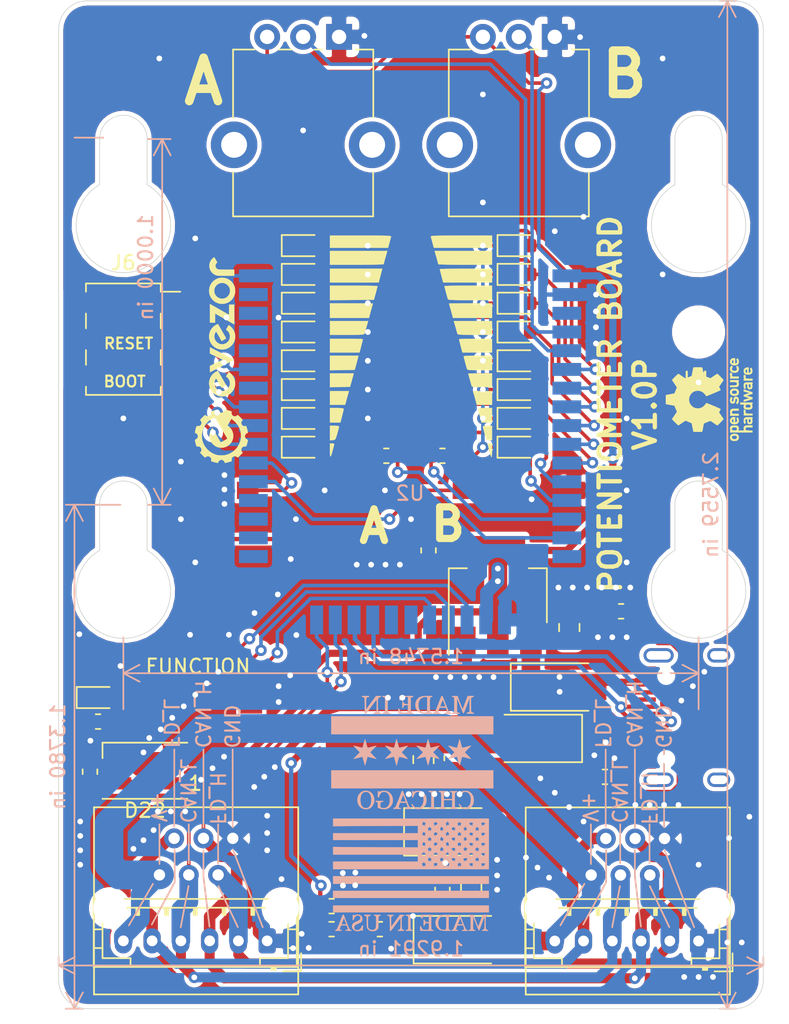
<source format=kicad_pcb>
(kicad_pcb (version 20171130) (host pcbnew "(5.1.5)-3")
  (layers (0 F.Cu signal) (31 B.Cu signal) (34 B.Paste user) (35 F.Paste user) (36 B.SilkS user) (37 F.SilkS user) (38 B.Mask user) (39 F.Mask user) (44 Edge.Cuts user))
  (net 0 "")
  (net 1 "Net-(C1-Pad2)")
  (net 2 "Net-(C1-Pad1)")
  (net 3 "Net-(C2-Pad2)")
  (net 4 GND)
  (net 5 /CAN_H)
  (net 6 /CAN_L)
  (net 7 +3V3)
  (net 8 /FD_H)
  (net 9 /FD_L)
  (net 10 /RESET)
  (net 11 /NEO_STATUS)
  (net 12 "Net-(J1-PadA8)")
  (net 13 "Net-(J1-PadB8)")
  (net 14 "Net-(C3-Pad1)")
  (net 15 /BOOT)
  (net 16 /D+)
  (net 17 /CC2)
  (net 18 /D-)
  (net 19 /CC1)
  (net 20 /VREG_OUT)
  (net 21 /USB_VCC)
  (net 22 /FUNCTION_BUTTON)
  (net 23 /HBT_LED)
  (net 24 VBUS)
  (net 25 "Net-(C7-Pad1)")
  (net 26 "Net-(D1-Pad1)")
  (net 27 /ROW_1)
  (net 28 /ROW_2)
  (net 29 /ROW_3)
  (net 30 /ROW_4)
  (net 31 /ROW_5)
  (net 32 /ROW_6)
  (net 33 /ROW_7)
  (net 34 /ROW_8)
  (net 35 "Net-(D10-Pad1)")
  (net 36 "Net-(D21-Pad1)")
  (net 37 "Net-(D22-Pad1)")
  (net 38 /COLUMN_1)
  (net 39 /COLUMN_2)
  (net 40 /POT_A)
  (net 41 /POT_B)
  (net 42 /BUT_A)
  (net 43 /BUT_B)
  (net 44 "Net-(U2-Pad37)")
  (net 45 "Net-(U2-Pad31)")
  (net 46 "Net-(U2-Pad30)")
  (net 47 "Net-(U2-Pad29)")
  (net 48 "Net-(U2-Pad3)")
  (net 49 "Net-(U2-Pad28)")
  (net 50 "Net-(U2-Pad16)")
  (net 51 "Net-(U2-Pad23)")
  (net 52 "Net-(U2-Pad22)")
  (net 53 /OLED_SCL)
  (net 54 /OLED_SDA)
  (net 55 "Net-(U2-Pad42)")
  (net 56 "Net-(U2-Pad41)")
  (net 57 "Net-(U2-Pad40)")
  (net 58 "Net-(U2-Pad39)")
  (module EvezorLIB:evezor_18 (layer F.Cu) (at 111.87 103.64 90)
    (fp_text reference G*** hide)
    (fp_text value LOGO hide)
  )
  (module Package_TO_SOT_SMD:SOT-223-3_TabPin2 (layer F.Cu) (at 131.04 122.32 90)
    (fp_text reference U3)
    (fp_text value AMS1117-3.3)
    (pad 1 smd rect (at -3.15 -2.3 90) (size 2 1.5) (layers F.Cu F.Paste F.Mask) (net 4 GND))
    (pad 3 smd rect (at -3.15 2.3 90) (size 2 1.5) (layers F.Cu F.Paste F.Mask) (net 25 "Net-(C7-Pad1)"))
    (pad 2 smd rect (at -3.15 0 90) (size 2 1.5) (layers F.Cu F.Paste F.Mask) (net 7 +3V3))
    (pad 2 smd rect (at 3.15 0 90) (size 2 3.8) (layers F.Cu F.Paste F.Mask) (net 7 +3V3))
  )
  (module Capacitor_SMD:C_0603_1608Metric (layer F.Cu) (at 126.22 119.17 270)
    (fp_text reference C9)
    (fp_text value .1uF)
    (pad 1 smd roundrect (at -0.7875 0 270) (size 0.875 0.95) (layers F.Cu F.Paste F.Mask) (net 7 +3V3))
    (pad 2 smd roundrect (at 0.7875 0 270) (size 0.875 0.95) (layers F.Cu F.Paste F.Mask) (net 4 GND))
  )
  (module Evezor_extras:OLED_HEADER (layer F.Cu) (at 105 104.5)
    (fp_text reference J6 (at 0 -5.31) (layer F.SilkS))
    (fp_text value Conn_02x03_Odd_Even)
    (pad 6 smd rect (at -2.52 2.54) (size 3 1) (layers F.Cu F.Paste F.Mask) (net 7 +3V3))
    (pad 5 smd rect (at 2.52 2.54) (size 3 1) (layers F.Cu F.Paste F.Mask) (net 53 /OLED_SCL))
    (pad 4 smd rect (at -2.52 0) (size 3 1) (layers F.Cu F.Paste F.Mask) (net 54 /OLED_SDA))
    (pad 3 smd rect (at 2.52 0) (size 3 1) (layers F.Cu F.Paste F.Mask) (net 15 /BOOT))
    (pad 2 smd rect (at -2.52 -2.54) (size 3 1) (layers F.Cu F.Paste F.Mask) (net 10 /RESET))
    (pad 1 smd rect (at 2.52 -2.54) (size 3 1) (layers F.Cu F.Paste F.Mask) (net 4 GND))
  )
  (module Evezor_extras:OLED_STANDOFF (layer F.Cu) (at 145 104)
    (fp_text reference H1 (at -0.0635 3.302) (layer F.SilkS))
    (fp_text value MountingHole)
    (pad "" np_thru_hole circle (at 0 0) (size 3.1 3.1) (drill 3.1) (layers *.Cu *.Mask))
  )
  (module Evezor_extras:GRAD_R (layer F.Cu) (at 128.5 105)
    (fp_text reference G*** hide)
    (fp_text value LOGO hide)
  )
  (module Evezor_extras:GRAD_L (layer F.Cu) (at 121.5 105)
    (fp_text reference G*** hide)
    (fp_text value LOGO hide)
  )
  (module Symbol:OSHW-Logo_5.7x6mm_SilkScreen (layer F.Cu) (at 145.73 108.7 90)
    (fp_text reference REF** hide)
    (fp_text value OSHW-Logo_5.7x6mm_SilkScreen hide)
  )
  (module Evezor_extras:MADE_IN_CHICAGO (layer B.Cu) (at 125.1 133.2 180)
    (fp_text reference G*** hide)
    (fp_text value LOGO hide)
  )
  (module "Evezor_extras:MADE IN USA" (layer B.Cu) (at 125 141.7 180)
    (fp_text reference G*** hide)
    (fp_text value LOGO hide)
  )
  (module EvezorLIB:LOGO_37 (layer F.Cu) (at 111.81 111.25 90)
    (fp_text reference G*** hide)
    (fp_text value LOGO hide)
  )
  (module LED_SMD:LED_SK6812MINI_PLCC4_3.5x3.5mm_P1.75mm (layer F.Cu) (at 106.5 134.475 180)
    (fp_text reference D22 (at 0 -2.75) (layer F.SilkS))
    (fp_text value SK6812MINI)
    (fp_text user 1 (at -3.5 -0.875) (layer F.SilkS))
    (pad 1 smd rect (at -1.75 -0.875 180) (size 1.6 0.85) (layers F.Cu F.Paste F.Mask) (net 37 "Net-(D22-Pad1)"))
    (pad 2 smd rect (at -1.75 0.875 180) (size 1.6 0.85) (layers F.Cu F.Paste F.Mask) (net 4 GND))
    (pad 4 smd rect (at 1.75 -0.875 180) (size 1.6 0.85) (layers F.Cu F.Paste F.Mask) (net 7 +3V3))
    (pad 3 smd rect (at 1.75 0.875 180) (size 1.6 0.85) (layers F.Cu F.Paste F.Mask) (net 11 /NEO_STATUS))
  )
  (module EvezorLIB:USB_C_Receptacle_HRO_TYPE-C-31-M-12 (layer F.Cu) (at 145.35 130.78 90)
    (fp_text reference J1)
    (fp_text value USB_C_Receptacle_USB2.0)
    (pad B1 smd rect (at 3.25 -4.045 90) (size 0.6 1.45) (layers F.Cu F.Paste F.Mask) (net 4 GND))
    (pad A9 smd rect (at 2.45 -4.045 90) (size 0.6 1.45) (layers F.Cu F.Paste F.Mask) (net 21 /USB_VCC))
    (pad B9 smd rect (at -2.45 -4.045 90) (size 0.6 1.45) (layers F.Cu F.Paste F.Mask) (net 21 /USB_VCC))
    (pad B12 smd rect (at -3.25 -4.045 90) (size 0.6 1.45) (layers F.Cu F.Paste F.Mask) (net 4 GND))
    (pad A1 smd rect (at -3.25 -4.045 90) (size 0.6 1.45) (layers F.Cu F.Paste F.Mask) (net 4 GND))
    (pad A4 smd rect (at -2.45 -4.045 90) (size 0.6 1.45) (layers F.Cu F.Paste F.Mask) (net 21 /USB_VCC))
    (pad B4 smd rect (at 2.45 -4.045 90) (size 0.6 1.45) (layers F.Cu F.Paste F.Mask) (net 21 /USB_VCC))
    (pad A12 smd rect (at 3.25 -4.045 90) (size 0.6 1.45) (layers F.Cu F.Paste F.Mask) (net 4 GND))
    (pad B8 smd rect (at -1.75 -4.045 90) (size 0.3 1.45) (layers F.Cu F.Paste F.Mask) (net 13 "Net-(J1-PadB8)"))
    (pad A5 smd rect (at -1.25 -4.045 90) (size 0.3 1.45) (layers F.Cu F.Paste F.Mask) (net 19 /CC1))
    (pad B7 smd rect (at -0.75 -4.045 90) (size 0.3 1.45) (layers F.Cu F.Paste F.Mask) (net 18 /D-))
    (pad A7 smd rect (at 0.25 -4.045 90) (size 0.3 1.45) (layers F.Cu F.Paste F.Mask) (net 18 /D-))
    (pad B6 smd rect (at 0.75 -4.045 90) (size 0.3 1.45) (layers F.Cu F.Paste F.Mask) (net 16 /D+))
    (pad A8 smd rect (at 1.25 -4.045 90) (size 0.3 1.45) (layers F.Cu F.Paste F.Mask) (net 12 "Net-(J1-PadA8)"))
    (pad B5 smd rect (at 1.75 -4.045 90) (size 0.3 1.45) (layers F.Cu F.Paste F.Mask) (net 17 /CC2))
    (pad A6 smd rect (at -0.25 -4.045 90) (size 0.3 1.45) (layers F.Cu F.Paste F.Mask) (net 16 /D+))
    (pad "" thru_hole oval (at 4.32 -3.13 90) (size 1 2.1) (drill oval 0.6 1.7) (layers *.Cu *.Mask))
    (pad "" thru_hole oval (at -4.32 -3.13 90) (size 1 2.1) (drill oval 0.6 1.7) (layers *.Cu *.Mask))
    (pad "" np_thru_hole circle (at -2.89 -2.6 90) (size 0.65 0.65) (drill 0.65) (layers *.Cu *.Mask))
    (pad "" thru_hole oval (at -4.32 1.05 90) (size 1 1.6) (drill oval 0.6 1.2) (layers *.Cu *.Mask))
    (pad "" np_thru_hole circle (at 2.89 -2.6 90) (size 0.65 0.65) (drill 0.65) (layers *.Cu *.Mask))
    (pad "" thru_hole oval (at 4.32 1.05 90) (size 1 1.6) (drill oval 0.6 1.2) (layers *.Cu *.Mask))
  )
  (module EvezorLIB:EDGE_STAMP (layer B.Cu) (at 124.94 123.6 180)
    (fp_text reference U2 (at 0 8.4) (layer B.SilkS) (effects (justify mirror)))
    (fp_text value EDGE_STM32F405_CPU_V1)
    (pad 43 smd custom (at 10.9 23.5 90) (size 0.9 2) (layers B.Cu B.Paste B.Mask) (net 4 GND) (options (clearance outline) (anchor rect)) (primitives))
    (pad 42 smd custom (at 10.9 22.2 90) (size 0.9 2) (layers B.Cu B.Paste B.Mask) (net 55 "Net-(U2-Pad42)") (options (clearance outline) (anchor rect)) (primitives))
    (pad 41 smd custom (at 10.9 20.9 90) (size 0.9 2) (layers B.Cu B.Paste B.Mask) (net 56 "Net-(U2-Pad41)") (options (clearance outline) (anchor rect)) (primitives))
    (pad 40 smd custom (at 10.9 19.6 90) (size 0.9 2) (layers B.Cu B.Paste B.Mask) (net 57 "Net-(U2-Pad40)") (options (clearance outline) (anchor rect)) (primitives))
    (pad 39 smd custom (at 10.9 18.3 90) (size 0.9 2) (layers B.Cu B.Paste B.Mask) (net 58 "Net-(U2-Pad39)") (options (clearance outline) (anchor rect)) (primitives))
    (pad 38 smd custom (at 10.9 17 90) (size 0.9 2) (layers B.Cu B.Paste B.Mask) (net 10 /RESET) (options (clearance outline) (anchor rect)) (primitives))
    (pad 37 smd custom (at 10.9 15.7 90) (size 0.9 2) (layers B.Cu B.Paste B.Mask) (net 44 "Net-(U2-Pad37)") (options (clearance outline) (anchor rect)) (primitives))
    (pad 36 smd custom (at 10.9 14.4 90) (size 0.9 2) (layers B.Cu B.Paste B.Mask) (net 15 /BOOT) (options (clearance outline) (anchor rect)) (primitives))
    (pad 35 smd custom (at 10.9 13.1 90) (size 0.9 2) (layers B.Cu B.Paste B.Mask) (net 53 /OLED_SCL) (options (clearance outline) (anchor rect)) (primitives))
    (pad 34 smd custom (at 10.9 11.8 90) (size 0.9 2) (layers B.Cu B.Paste B.Mask) (net 54 /OLED_SDA) (options (clearance outline) (anchor rect)) (primitives))
    (pad 33 smd custom (at 10.9 10.5 90) (size 0.9 2) (layers B.Cu B.Paste B.Mask) (net 42 /BUT_A) (options (clearance outline) (anchor rect)) (primitives))
    (pad 32 smd custom (at 10.9 9.2 90) (size 0.9 2) (layers B.Cu B.Paste B.Mask) (net 43 /BUT_B) (options (clearance outline) (anchor rect)) (primitives))
    (pad 31 smd custom (at 10.9 7.9 90) (size 0.9 2) (layers B.Cu B.Paste B.Mask) (net 45 "Net-(U2-Pad31)") (options (clearance outline) (anchor rect)) (primitives))
    (pad 30 smd custom (at 10.9 6.6 90) (size 0.9 2) (layers B.Cu B.Paste B.Mask) (net 46 "Net-(U2-Pad30)") (options (clearance outline) (anchor rect)) (primitives))
    (pad 29 smd custom (at 10.9 5.3 90) (size 0.9 2) (layers B.Cu B.Paste B.Mask) (net 47 "Net-(U2-Pad29)") (options (clearance outline) (anchor rect)) (primitives))
    (pad 1 smd custom (at -10.9 23.5 90) (size 0.9 2) (layers B.Cu B.Paste B.Mask) (net 7 +3V3) (options (clearance outline) (anchor rect)) (primitives))
    (pad 2 smd custom (at -10.9 22.2 90) (size 0.9 2) (layers B.Cu B.Paste B.Mask) (net 4 GND) (options (clearance outline) (anchor rect)) (primitives))
    (pad 3 smd custom (at -10.9 20.9 90) (size 0.9 2) (layers B.Cu B.Paste B.Mask) (net 48 "Net-(U2-Pad3)") (options (clearance outline) (anchor rect)) (primitives))
    (pad 4 smd custom (at -10.9 19.6 90) (size 0.9 2) (layers B.Cu B.Paste B.Mask) (net 40 /POT_A) (options (clearance outline) (anchor rect)) (primitives))
    (pad 5 smd custom (at -10.9 18.3 90) (size 0.9 2) (layers B.Cu B.Paste B.Mask) (net 41 /POT_B) (options (clearance outline) (anchor rect)) (primitives))
    (pad 6 smd custom (at -10.9 17 90) (size 0.9 2) (layers B.Cu B.Paste B.Mask) (net 27 /ROW_1) (options (clearance outline) (anchor rect)) (primitives))
    (pad 7 smd custom (at -10.9 15.7 90) (size 0.9 2) (layers B.Cu B.Paste B.Mask) (net 28 /ROW_2) (options (clearance outline) (anchor rect)) (primitives))
    (pad 8 smd custom (at -10.9 14.4 90) (size 0.9 2) (layers B.Cu B.Paste B.Mask) (net 29 /ROW_3) (options (clearance outline) (anchor rect)) (primitives))
    (pad 9 smd custom (at -10.9 13.1 90) (size 0.9 2) (layers B.Cu B.Paste B.Mask) (net 30 /ROW_4) (options (clearance outline) (anchor rect)) (primitives))
    (pad 10 smd custom (at -10.9 11.8 90) (size 0.9 2) (layers B.Cu B.Paste B.Mask) (net 31 /ROW_5) (options (clearance outline) (anchor rect)) (primitives))
    (pad 11 smd custom (at -10.9 10.5 90) (size 0.9 2) (layers B.Cu B.Paste B.Mask) (net 32 /ROW_6) (options (clearance outline) (anchor rect)) (primitives))
    (pad 12 smd custom (at -10.9 9.2 90) (size 0.9 2) (layers B.Cu B.Paste B.Mask) (net 33 /ROW_7) (options (clearance outline) (anchor rect)) (primitives))
    (pad 13 smd custom (at -10.9 7.9 90) (size 0.9 2) (layers B.Cu B.Paste B.Mask) (net 34 /ROW_8) (options (clearance outline) (anchor rect)) (primitives))
    (pad 14 smd custom (at -10.9 6.6 90) (size 0.9 2) (layers B.Cu B.Paste B.Mask) (net 39 /COLUMN_2) (options (clearance outline) (anchor rect)) (primitives))
    (pad 15 smd custom (at -10.9 5.3 90) (size 0.9 2) (layers B.Cu B.Paste B.Mask) (net 38 /COLUMN_1) (options (clearance outline) (anchor rect)) (primitives))
    (pad 28 smd custom (at 10.9 4 90) (size 0.9 2) (layers B.Cu B.Paste B.Mask) (net 49 "Net-(U2-Pad28)") (options (clearance outline) (anchor rect)) (primitives))
    (pad 16 smd custom (at -10.9 4 90) (size 0.9 2) (layers B.Cu B.Paste B.Mask) (net 50 "Net-(U2-Pad16)") (options (clearance outline) (anchor rect)) (primitives))
    (pad 27 smd custom (at 6.5 -0.4 180) (size 0.9 2) (layers B.Cu B.Paste B.Mask) (net 6 /CAN_L) (options (clearance outline) (anchor rect)) (primitives))
    (pad 26 smd custom (at 5.2 -0.4 180) (size 0.9 2) (layers B.Cu B.Paste B.Mask) (net 5 /CAN_H) (options (clearance outline) (anchor rect)) (primitives))
    (pad 25 smd custom (at 3.9 -0.4 180) (size 0.9 2) (layers B.Cu B.Paste B.Mask) (net 16 /D+) (options (clearance outline) (anchor rect)) (primitives))
    (pad 24 smd custom (at 2.6 -0.4 180) (size 0.9 2) (layers B.Cu B.Paste B.Mask) (net 18 /D-) (options (clearance outline) (anchor rect)) (primitives))
    (pad 23 smd custom (at 1.3 -0.4 180) (size 0.9 2) (layers B.Cu B.Paste B.Mask) (net 51 "Net-(U2-Pad23)") (options (clearance outline) (anchor rect)) (primitives))
    (pad 22 smd custom (at -0.06 -0.4 180) (size 0.9 2) (layers B.Cu B.Paste B.Mask) (net 52 "Net-(U2-Pad22)") (options (clearance outline) (anchor rect)) (primitives))
    (pad 21 smd custom (at -1.36 -0.4 180) (size 0.9 2) (layers B.Cu B.Paste B.Mask) (net 22 /FUNCTION_BUTTON) (options (clearance outline) (anchor rect)) (primitives))
    (pad 20 smd custom (at -2.66 -0.4 180) (size 0.9 2) (layers B.Cu B.Paste B.Mask) (net 23 /HBT_LED) (options (clearance outline) (anchor rect)) (primitives))
    (pad 19 smd custom (at -3.96 -0.4 180) (size 0.9 2) (layers B.Cu B.Paste B.Mask) (net 11 /NEO_STATUS) (options (clearance outline) (anchor rect)) (primitives))
    (pad 18 smd custom (at -5.26 -0.4 180) (size 0.9 2) (layers B.Cu B.Paste B.Mask) (net 7 +3V3) (options (clearance outline) (anchor rect)) (primitives))
    (pad 17 smd custom (at -6.56 -0.4 180) (size 0.9 2) (layers B.Cu B.Paste B.Mask) (net 4 GND) (options (clearance outline) (anchor rect)) (primitives))
  )
  (module Capacitor_SMD:C_0603_1608Metric (layer F.Cu) (at 102.68 134.5425 270)
    (fp_text reference C10)
    (fp_text value C_Small)
    (pad 2 smd roundrect (at 0.7875 0 270) (size 0.875 0.95) (layers F.Cu F.Paste F.Mask) (net 7 +3V3))
    (pad 1 smd roundrect (at -0.7875 0 270) (size 0.875 0.95) (layers F.Cu F.Paste F.Mask) (net 4 GND))
  )
  (module Connector_JST:JST_PH_B6B-PH-K_1x06_P2.00mm_Vertical (layer F.Cu) (at 115 146.29 180)
    (fp_text reference J3)
    (fp_text value PH)
    (pad 6 thru_hole oval (at 10 0 180) (size 1.2 1.75) (drill 0.75) (layers *.Cu *.Mask) (net 24 VBUS))
    (pad 5 thru_hole oval (at 8 0 180) (size 1.2 1.75) (drill 0.75) (layers *.Cu *.Mask) (net 9 /FD_L))
    (pad 4 thru_hole oval (at 6 0 180) (size 1.2 1.75) (drill 0.75) (layers *.Cu *.Mask) (net 6 /CAN_L))
    (pad 3 thru_hole oval (at 4 0 180) (size 1.2 1.75) (drill 0.75) (layers *.Cu *.Mask) (net 5 /CAN_H))
    (pad 2 thru_hole oval (at 2 0 180) (size 1.2 1.75) (drill 0.75) (layers *.Cu *.Mask) (net 8 /FD_H))
    (pad 1 thru_hole roundrect (at 0 0 180) (size 1.2 1.75) (drill 0.75) (layers *.Cu *.Mask) (roundrect_rratio 0.208333) (net 4 GND))
  )
  (module Capacitor_SMD:C_0603_1608Metric (layer F.Cu) (at 127.83 133.5975 270)
    (fp_text reference C5)
    (fp_text value .1uF)
    (pad 2 smd roundrect (at 0.7875 0 270) (size 0.875 0.95) (layers F.Cu F.Paste F.Mask) (net 4 GND))
    (pad 1 smd roundrect (at -0.7875 0 270) (size 0.875 0.95) (layers F.Cu F.Paste F.Mask) (net 20 /VREG_OUT))
  )
  (module Capacitor_SMD:C_0805_2012Metric (layer F.Cu) (at 125.87 133.7 270)
    (fp_text reference C6)
    (fp_text value 22uF)
    (pad 2 smd roundrect (at 0.9375 0 270) (size 0.975 1.4) (layers F.Cu F.Paste F.Mask) (net 4 GND))
    (pad 1 smd roundrect (at -0.9375 0 270) (size 0.975 1.4) (layers F.Cu F.Paste F.Mask) (net 20 /VREG_OUT))
  )
  (module Capacitor_SMD:C_0603_1608Metric (layer F.Cu) (at 122.5625 139.71 180)
    (fp_text reference C1)
    (fp_text value .1uF)
    (pad 2 smd roundrect (at 0.7875 0 180) (size 0.875 0.95) (layers F.Cu F.Paste F.Mask) (net 1 "Net-(C1-Pad2)"))
    (pad 1 smd roundrect (at -0.7875 0 180) (size 0.875 0.95) (layers F.Cu F.Paste F.Mask) (net 2 "Net-(C1-Pad1)"))
  )
  (module Capacitor_SMD:C_0603_1608Metric (layer F.Cu) (at 119.4825 143.88)
    (fp_text reference C2)
    (fp_text value .1uF)
    (pad 2 smd roundrect (at 0.7875 0) (size 0.875 0.95) (layers F.Cu F.Paste F.Mask) (net 3 "Net-(C2-Pad2)"))
    (pad 1 smd roundrect (at -0.7875 0) (size 0.875 0.95) (layers F.Cu F.Paste F.Mask) (net 20 /VREG_OUT))
  )
  (module Capacitor_SMD:C_0805_2012Metric (layer F.Cu) (at 129.19 142.5975 90)
    (fp_text reference C4)
    (fp_text value 4.7uF)
    (pad 2 smd roundrect (at 0.9375 0 90) (size 0.975 1.4) (layers F.Cu F.Paste F.Mask) (net 4 GND))
    (pad 1 smd roundrect (at -0.9375 0 90) (size 0.975 1.4) (layers F.Cu F.Paste F.Mask) (net 14 "Net-(C3-Pad1)"))
  )
  (module EvezorLIB:RJ11_C189747_Horizontal (layer F.Cu) (at 140.079999 141.719999 180)
    (fp_text reference J4)
    (fp_text value RJ11)
    (pad "" np_thru_hole circle (at 6 -2.3) (size 2.3 2.3) (drill 2.3) (layers *.Cu *.Mask))
    (pad "" np_thru_hole circle (at -6 -2.3 180) (size 2.3 2.3) (drill 2.3) (layers *.Cu *.Mask))
    (pad 5 thru_hole circle (at 1.53 2.54 180) (size 1.39 1.39) (drill 0.79) (layers *.Cu *.Mask) (net 9 /FD_L))
    (pad 3 thru_hole circle (at -0.51 2.54 180) (size 1.39 1.39) (drill 0.79) (layers *.Cu *.Mask) (net 5 /CAN_H))
    (pad 1 thru_hole circle (at -2.55 2.54 180) (size 1.39 1.39) (drill 0.79) (layers *.Cu *.Mask) (net 4 GND))
    (pad 6 thru_hole circle (at 2.55 0 180) (size 1.39 1.39) (drill 0.79) (layers *.Cu *.Mask) (net 24 VBUS))
    (pad 4 thru_hole circle (at 0.51 0 180) (size 1.39 1.39) (drill 0.79) (layers *.Cu *.Mask) (net 6 /CAN_L))
    (pad 2 thru_hole circle (at -1.53 0 180) (size 1.39 1.39) (drill 0.79) (layers *.Cu *.Mask) (net 8 /FD_H))
  )
  (module EvezorLIB:RJ11_C189747_Horizontal (layer F.Cu) (at 110.059999 141.709999 180)
    (fp_text reference J5)
    (fp_text value RJ11)
    (pad "" np_thru_hole circle (at 6 -2.3) (size 2.3 2.3) (drill 2.3) (layers *.Cu *.Mask))
    (pad "" np_thru_hole circle (at -6 -2.3 180) (size 2.3 2.3) (drill 2.3) (layers *.Cu *.Mask))
    (pad 5 thru_hole circle (at 1.53 2.54 180) (size 1.39 1.39) (drill 0.79) (layers *.Cu *.Mask) (net 9 /FD_L))
    (pad 3 thru_hole circle (at -0.51 2.54 180) (size 1.39 1.39) (drill 0.79) (layers *.Cu *.Mask) (net 5 /CAN_H))
    (pad 1 thru_hole circle (at -2.55 2.54 180) (size 1.39 1.39) (drill 0.79) (layers *.Cu *.Mask) (net 4 GND))
    (pad 6 thru_hole circle (at 2.55 0 180) (size 1.39 1.39) (drill 0.79) (layers *.Cu *.Mask) (net 24 VBUS))
    (pad 4 thru_hole circle (at 0.51 0 180) (size 1.39 1.39) (drill 0.79) (layers *.Cu *.Mask) (net 6 /CAN_L))
    (pad 2 thru_hole circle (at -1.53 0 180) (size 1.39 1.39) (drill 0.79) (layers *.Cu *.Mask) (net 8 /FD_H))
  )
  (module Connector_JST:JST_PH_B6B-PH-K_1x06_P2.00mm_Vertical (layer F.Cu) (at 145 146.3 180)
    (fp_text reference J2)
    (fp_text value PH)
    (pad 6 thru_hole oval (at 10 0 180) (size 1.2 1.75) (drill 0.75) (layers *.Cu *.Mask) (net 24 VBUS))
    (pad 5 thru_hole oval (at 8 0 180) (size 1.2 1.75) (drill 0.75) (layers *.Cu *.Mask) (net 9 /FD_L))
    (pad 4 thru_hole oval (at 6 0 180) (size 1.2 1.75) (drill 0.75) (layers *.Cu *.Mask) (net 6 /CAN_L))
    (pad 3 thru_hole oval (at 4 0 180) (size 1.2 1.75) (drill 0.75) (layers *.Cu *.Mask) (net 5 /CAN_H))
    (pad 2 thru_hole oval (at 2 0 180) (size 1.2 1.75) (drill 0.75) (layers *.Cu *.Mask) (net 8 /FD_H))
    (pad 1 thru_hole roundrect (at 0 0 180) (size 1.2 1.75) (drill 0.75) (layers *.Cu *.Mask) (roundrect_rratio 0.208333) (net 4 GND))
  )
  (module Resistor_SMD:R_0603_1608Metric (layer F.Cu) (at 122.8375 145.48 180)
    (fp_text reference R3)
    (fp_text value 15k)
    (pad 2 smd roundrect (at 0.7875 0 180) (size 0.875 0.95) (layers F.Cu F.Paste F.Mask) (net 3 "Net-(C2-Pad2)"))
    (pad 1 smd roundrect (at -0.7875 0 180) (size 0.875 0.95) (layers F.Cu F.Paste F.Mask) (net 4 GND))
  )
  (module Resistor_SMD:R_0603_1608Metric (layer F.Cu) (at 119.4825 145.48)
    (fp_text reference R4)
    (fp_text value 82k)
    (pad 2 smd roundrect (at 0.7875 0) (size 0.875 0.95) (layers F.Cu F.Paste F.Mask) (net 3 "Net-(C2-Pad2)"))
    (pad 1 smd roundrect (at -0.7875 0) (size 0.875 0.95) (layers F.Cu F.Paste F.Mask) (net 20 /VREG_OUT))
  )
  (module Package_TO_SOT_SMD:SOT-23-6 (layer F.Cu) (at 123.65 142.46)
    (fp_text reference U1)
    (fp_text value SY8401ABC)
    (pad 5 smd rect (at 1.1 0) (size 1.06 0.65) (layers F.Cu F.Paste F.Mask) (net 14 "Net-(C3-Pad1)"))
    (pad 6 smd rect (at 1.1 -0.95) (size 1.06 0.65) (layers F.Cu F.Paste F.Mask) (net 2 "Net-(C1-Pad1)"))
    (pad 4 smd rect (at 1.1 0.95) (size 1.06 0.65) (layers F.Cu F.Paste F.Mask) (net 14 "Net-(C3-Pad1)"))
    (pad 3 smd rect (at -1.1 0.95) (size 1.06 0.65) (layers F.Cu F.Paste F.Mask) (net 3 "Net-(C2-Pad2)"))
    (pad 2 smd rect (at -1.1 0) (size 1.06 0.65) (layers F.Cu F.Paste F.Mask) (net 4 GND))
    (pad 1 smd rect (at -1.1 -0.95) (size 1.06 0.65) (layers F.Cu F.Paste F.Mask) (net 1 "Net-(C1-Pad2)"))
  )
  (module Capacitor_SMD:C_0603_1608Metric (layer F.Cu) (at 127.19 142.7475 90)
    (fp_text reference C3)
    (fp_text value .1uF)
    (pad 2 smd roundrect (at 0.7875 0 90) (size 0.875 0.95) (layers F.Cu F.Paste F.Mask) (net 4 GND))
    (pad 1 smd roundrect (at -0.7875 0 90) (size 0.875 0.95) (layers F.Cu F.Paste F.Mask) (net 14 "Net-(C3-Pad1)"))
  )
  (module Diode_SMD:D_SMA (layer F.Cu) (at 127.92 138.72)
    (fp_text reference D17)
    (fp_text value SX35_SCHOTTKY)
    (pad 2 smd rect (at 2 0) (size 2.5 1.8) (layers F.Cu F.Paste F.Mask) (net 4 GND))
    (pad 1 smd rect (at -2 0) (size 2.5 1.8) (layers F.Cu F.Paste F.Mask) (net 2 "Net-(C1-Pad1)"))
  )
  (module LED_SMD:LED_0603_1608Metric (layer F.Cu) (at 103.2425 129.39)
    (fp_text reference D21)
    (fp_text value LED)
    (pad 2 smd roundrect (at 0.7875 0) (size 0.875 0.95) (layers F.Cu F.Paste F.Mask) (net 23 /HBT_LED))
    (pad 1 smd roundrect (at -0.7875 0) (size 0.875 0.95) (layers F.Cu F.Paste F.Mask) (net 36 "Net-(D21-Pad1)"))
  )
  (module EvezorLIB:INDUCTOR_7.5X6.6_GCDA0630-220MC (layer F.Cu) (at 120.84 134.845 90)
    (fp_text reference L1)
    (fp_text value 22uH)
    (pad 2 smd rect (at 2.695 0 90) (size 1.98 3.43) (layers F.Cu F.Paste F.Mask) (net 20 /VREG_OUT))
    (pad 1 smd rect (at -2.695 0 90) (size 1.98 3.43) (layers F.Cu F.Paste F.Mask) (net 2 "Net-(C1-Pad1)"))
  )
  (module Resistor_SMD:R_0603_1608Metric (layer F.Cu) (at 103.2425 131.06 180)
    (fp_text reference R8)
    (fp_text value 15k)
    (pad 2 smd roundrect (at 0.7875 0 180) (size 0.875 0.95) (layers F.Cu F.Paste F.Mask) (net 36 "Net-(D21-Pad1)"))
    (pad 1 smd roundrect (at -0.7875 0 180) (size 0.875 0.95) (layers F.Cu F.Paste F.Mask) (net 4 GND))
  )
  (module Diode_SMD:D_SMA (layer F.Cu) (at 128.58 146.21)
    (fp_text reference D18)
    (fp_text value SX35_SCHOTTKY)
    (pad 1 smd rect (at -2 0) (size 2.5 1.8) (layers F.Cu F.Paste F.Mask) (net 14 "Net-(C3-Pad1)"))
    (pad 2 smd rect (at 2 0) (size 2.5 1.8) (layers F.Cu F.Paste F.Mask) (net 24 VBUS))
  )
  (module Resistor_SMD:R_0603_1608Metric (layer F.Cu) (at 139.6125 123.4 180)
    (fp_text reference R5)
    (fp_text value 5.1k)
    (pad 2 smd roundrect (at 0.7875 0 180) (size 0.875 0.95) (layers F.Cu F.Paste F.Mask) (net 4 GND))
    (pad 1 smd roundrect (at -0.7875 0 180) (size 0.875 0.95) (layers F.Cu F.Paste F.Mask) (net 17 /CC2))
  )
  (module Resistor_SMD:R_0603_1608Metric (layer F.Cu) (at 138.4875 134.9 180)
    (fp_text reference R6)
    (fp_text value 5.1k)
    (pad 1 smd roundrect (at -0.7875 0 180) (size 0.875 0.95) (layers F.Cu F.Paste F.Mask) (net 19 /CC1))
    (pad 2 smd roundrect (at 0.7875 0 180) (size 0.875 0.95) (layers F.Cu F.Paste F.Mask) (net 4 GND))
  )
  (module Diode_SMD:D_SMA (layer F.Cu) (at 135.34 128.66)
    (fp_text reference D19)
    (fp_text value SX35_SCHOTTKY)
    (pad 2 smd rect (at 2 0) (size 2.5 1.8) (layers F.Cu F.Paste F.Mask) (net 21 /USB_VCC))
    (pad 1 smd rect (at -2 0) (size 2.5 1.8) (layers F.Cu F.Paste F.Mask) (net 25 "Net-(C7-Pad1)"))
  )
  (module Diode_SMD:D_SMA (layer F.Cu) (at 133.5 132.23 180)
    (fp_text reference D20)
    (fp_text value SX35_SCHOTTKY)
    (pad 1 smd rect (at -2 0 180) (size 2.5 1.8) (layers F.Cu F.Paste F.Mask) (net 25 "Net-(C7-Pad1)"))
    (pad 2 smd rect (at 2 0 180) (size 2.5 1.8) (layers F.Cu F.Paste F.Mask) (net 20 /VREG_OUT))
  )
  (module EvezorLIB:SWITCH_2x3_SMD_TACTILE_GREEN (layer F.Cu) (at 110.05 129.9 180)
    (fp_text reference SW3)
    (fp_text value SW_Push)
    (pad 1 smd rect (at -3.85 0 180) (size 1.5 1.2) (layers F.Cu F.Paste F.Mask) (net 22 /FUNCTION_BUTTON))
    (pad 2 smd rect (at 3.85 0 180) (size 1.5 1.2) (layers F.Cu F.Paste F.Mask) (net 4 GND))
  )
  (module Capacitor_SMD:C_0805_2012Metric (layer F.Cu) (at 136.01 124.5275 90)
    (fp_text reference C7)
    (fp_text value 10uF)
    (pad 1 smd roundrect (at -0.9375 0 90) (size 0.975 1.4) (layers F.Cu F.Paste F.Mask) (net 25 "Net-(C7-Pad1)"))
    (pad 2 smd roundrect (at 0.9375 0 90) (size 0.975 1.4) (layers F.Cu F.Paste F.Mask) (net 4 GND))
  )
  (module LED_SMD:LED_0603_1608Metric (layer F.Cu) (at 117.5 98)
    (fp_text reference D1)
    (fp_text value LED)
    (pad 1 smd roundrect (at -0.7875 0) (size 0.875 0.95) (layers F.Cu F.Paste F.Mask) (net 26 "Net-(D1-Pad1)"))
    (pad 2 smd roundrect (at 0.7875 0) (size 0.875 0.95) (layers F.Cu F.Paste F.Mask) (net 27 /ROW_1))
  )
  (module LED_SMD:LED_0603_1608Metric (layer F.Cu) (at 117.5 100)
    (fp_text reference D2)
    (fp_text value LED)
    (pad 1 smd roundrect (at -0.7875 0) (size 0.875 0.95) (layers F.Cu F.Paste F.Mask) (net 26 "Net-(D1-Pad1)"))
    (pad 2 smd roundrect (at 0.7875 0) (size 0.875 0.95) (layers F.Cu F.Paste F.Mask) (net 28 /ROW_2))
  )
  (module LED_SMD:LED_0603_1608Metric (layer F.Cu) (at 117.5 102)
    (fp_text reference D3)
    (fp_text value LED)
    (pad 1 smd roundrect (at -0.7875 0) (size 0.875 0.95) (layers F.Cu F.Paste F.Mask) (net 26 "Net-(D1-Pad1)"))
    (pad 2 smd roundrect (at 0.7875 0) (size 0.875 0.95) (layers F.Cu F.Paste F.Mask) (net 29 /ROW_3))
  )
  (module LED_SMD:LED_0603_1608Metric (layer F.Cu) (at 117.5 104)
    (fp_text reference D4)
    (fp_text value LED)
    (pad 1 smd roundrect (at -0.7875 0) (size 0.875 0.95) (layers F.Cu F.Paste F.Mask) (net 26 "Net-(D1-Pad1)"))
    (pad 2 smd roundrect (at 0.7875 0) (size 0.875 0.95) (layers F.Cu F.Paste F.Mask) (net 30 /ROW_4))
  )
  (module LED_SMD:LED_0603_1608Metric (layer F.Cu) (at 117.5 106)
    (fp_text reference D5)
    (fp_text value LED)
    (pad 1 smd roundrect (at -0.7875 0) (size 0.875 0.95) (layers F.Cu F.Paste F.Mask) (net 26 "Net-(D1-Pad1)"))
    (pad 2 smd roundrect (at 0.7875 0) (size 0.875 0.95) (layers F.Cu F.Paste F.Mask) (net 31 /ROW_5))
  )
  (module LED_SMD:LED_0603_1608Metric (layer F.Cu) (at 117.5 108)
    (fp_text reference D6)
    (fp_text value LED)
    (pad 2 smd roundrect (at 0.7875 0) (size 0.875 0.95) (layers F.Cu F.Paste F.Mask) (net 32 /ROW_6))
    (pad 1 smd roundrect (at -0.7875 0) (size 0.875 0.95) (layers F.Cu F.Paste F.Mask) (net 26 "Net-(D1-Pad1)"))
  )
  (module LED_SMD:LED_0603_1608Metric (layer F.Cu) (at 117.5 110)
    (fp_text reference D7)
    (fp_text value LED)
    (pad 1 smd roundrect (at -0.7875 0) (size 0.875 0.95) (layers F.Cu F.Paste F.Mask) (net 26 "Net-(D1-Pad1)"))
    (pad 2 smd roundrect (at 0.7875 0) (size 0.875 0.95) (layers F.Cu F.Paste F.Mask) (net 33 /ROW_7))
  )
  (module LED_SMD:LED_0603_1608Metric (layer F.Cu) (at 117.5 112)
    (fp_text reference D8)
    (fp_text value LED)
    (pad 1 smd roundrect (at -0.7875 0) (size 0.875 0.95) (layers F.Cu F.Paste F.Mask) (net 26 "Net-(D1-Pad1)"))
    (pad 2 smd roundrect (at 0.7875 0) (size 0.875 0.95) (layers F.Cu F.Paste F.Mask) (net 34 /ROW_8))
  )
  (module LED_SMD:LED_0603_1608Metric (layer F.Cu) (at 132.5 98)
    (fp_text reference D9)
    (fp_text value LED)
    (pad 2 smd roundrect (at 0.7875 0) (size 0.875 0.95) (layers F.Cu F.Paste F.Mask) (net 27 /ROW_1))
    (pad 1 smd roundrect (at -0.7875 0) (size 0.875 0.95) (layers F.Cu F.Paste F.Mask) (net 35 "Net-(D10-Pad1)"))
  )
  (module LED_SMD:LED_0603_1608Metric (layer F.Cu) (at 132.5 100)
    (fp_text reference D10)
    (fp_text value LED)
    (pad 2 smd roundrect (at 0.7875 0) (size 0.875 0.95) (layers F.Cu F.Paste F.Mask) (net 28 /ROW_2))
    (pad 1 smd roundrect (at -0.7875 0) (size 0.875 0.95) (layers F.Cu F.Paste F.Mask) (net 35 "Net-(D10-Pad1)"))
  )
  (module LED_SMD:LED_0603_1608Metric (layer F.Cu) (at 132.5 102)
    (fp_text reference D11)
    (fp_text value LED)
    (pad 2 smd roundrect (at 0.7875 0) (size 0.875 0.95) (layers F.Cu F.Paste F.Mask) (net 29 /ROW_3))
    (pad 1 smd roundrect (at -0.7875 0) (size 0.875 0.95) (layers F.Cu F.Paste F.Mask) (net 35 "Net-(D10-Pad1)"))
  )
  (module LED_SMD:LED_0603_1608Metric (layer F.Cu) (at 132.5 104)
    (fp_text reference D12)
    (fp_text value LED)
    (pad 2 smd roundrect (at 0.7875 0) (size 0.875 0.95) (layers F.Cu F.Paste F.Mask) (net 30 /ROW_4))
    (pad 1 smd roundrect (at -0.7875 0) (size 0.875 0.95) (layers F.Cu F.Paste F.Mask) (net 35 "Net-(D10-Pad1)"))
  )
  (module LED_SMD:LED_0603_1608Metric (layer F.Cu) (at 132.5 106)
    (fp_text reference D13)
    (fp_text value LED)
    (pad 2 smd roundrect (at 0.7875 0) (size 0.875 0.95) (layers F.Cu F.Paste F.Mask) (net 31 /ROW_5))
    (pad 1 smd roundrect (at -0.7875 0) (size 0.875 0.95) (layers F.Cu F.Paste F.Mask) (net 35 "Net-(D10-Pad1)"))
  )
  (module LED_SMD:LED_0603_1608Metric (layer F.Cu) (at 132.5 108)
    (fp_text reference D14)
    (fp_text value LED)
    (pad 1 smd roundrect (at -0.7875 0) (size 0.875 0.95) (layers F.Cu F.Paste F.Mask) (net 35 "Net-(D10-Pad1)"))
    (pad 2 smd roundrect (at 0.7875 0) (size 0.875 0.95) (layers F.Cu F.Paste F.Mask) (net 32 /ROW_6))
  )
  (module LED_SMD:LED_0603_1608Metric (layer F.Cu) (at 132.5 110)
    (fp_text reference D15)
    (fp_text value LED)
    (pad 2 smd roundrect (at 0.7875 0) (size 0.875 0.95) (layers F.Cu F.Paste F.Mask) (net 33 /ROW_7))
    (pad 1 smd roundrect (at -0.7875 0) (size 0.875 0.95) (layers F.Cu F.Paste F.Mask) (net 35 "Net-(D10-Pad1)"))
  )
  (module LED_SMD:LED_0603_1608Metric (layer F.Cu) (at 132.5 112)
    (fp_text reference D16)
    (fp_text value LED)
    (pad 2 smd roundrect (at 0.7875 0) (size 0.875 0.95) (layers F.Cu F.Paste F.Mask) (net 34 /ROW_8))
    (pad 1 smd roundrect (at -0.7875 0) (size 0.875 0.95) (layers F.Cu F.Paste F.Mask) (net 35 "Net-(D10-Pad1)"))
  )
  (module Resistor_SMD:R_0603_1608Metric (layer F.Cu) (at 123.2875 112.6)
    (fp_text reference R1)
    (fp_text value TBD)
    (pad 1 smd roundrect (at -0.7875 0) (size 0.875 0.95) (layers F.Cu F.Paste F.Mask) (net 26 "Net-(D1-Pad1)"))
    (pad 2 smd roundrect (at 0.7875 0) (size 0.875 0.95) (layers F.Cu F.Paste F.Mask) (net 38 /COLUMN_1))
  )
  (module Resistor_SMD:R_0603_1608Metric (layer F.Cu) (at 127.1875 112.6 180)
    (fp_text reference R2)
    (fp_text value TBD)
    (pad 2 smd roundrect (at 0.7875 0 180) (size 0.875 0.95) (layers F.Cu F.Paste F.Mask) (net 39 /COLUMN_2))
    (pad 1 smd roundrect (at -0.7875 0 180) (size 0.875 0.95) (layers F.Cu F.Paste F.Mask) (net 35 "Net-(D10-Pad1)"))
  )
  (module Potentiometer_THT:Potentiometer_Alpha_RD901F-40-00D_Single_Vertical_CircularHoles (layer F.Cu) (at 135 83.5 270)
    (fp_text reference RV1)
    (fp_text value POT)
    (pad 1 thru_hole rect (at 0 0) (size 1.8 1.8) (drill 1) (layers *.Cu *.Mask) (net 4 GND))
    (pad 2 thru_hole circle (at 0 2.5) (size 1.8 1.8) (drill 1) (layers *.Cu *.Mask) (net 40 /POT_A))
    (pad 3 thru_hole circle (at 0 5) (size 1.8 1.8) (drill 1) (layers *.Cu *.Mask) (net 7 +3V3))
    (pad "" thru_hole circle (at 7.5 7.3) (size 3.24 3.24) (drill 1.8) (layers *.Cu *.Mask))
    (pad "" thru_hole circle (at 7.5 -2.3) (size 3.24 3.24) (drill 1.8) (layers *.Cu *.Mask))
  )
  (module Potentiometer_THT:Potentiometer_Alpha_RD901F-40-00D_Single_Vertical_CircularHoles (layer F.Cu) (at 120 83.5 270)
    (fp_text reference RV2)
    (fp_text value POT)
    (pad "" thru_hole circle (at 7.5 -2.3) (size 3.24 3.24) (drill 1.8) (layers *.Cu *.Mask))
    (pad "" thru_hole circle (at 7.5 7.3) (size 3.24 3.24) (drill 1.8) (layers *.Cu *.Mask))
    (pad 3 thru_hole circle (at 0 5) (size 1.8 1.8) (drill 1) (layers *.Cu *.Mask) (net 7 +3V3))
    (pad 2 thru_hole circle (at 0 2.5) (size 1.8 1.8) (drill 1) (layers *.Cu *.Mask) (net 41 /POT_B))
    (pad 1 thru_hole rect (at 0 0) (size 1.8 1.8) (drill 1) (layers *.Cu *.Mask) (net 4 GND))
  )
  (module EvezorLIB:SWITCH_2x3_SMD_TACTILE_GREEN (layer F.Cu) (at 117.5 115)
    (fp_text reference SW1)
    (fp_text value SW_Push)
    (pad 1 smd rect (at -3.85 0) (size 1.5 1.2) (layers F.Cu F.Paste F.Mask) (net 42 /BUT_A))
    (pad 2 smd rect (at 3.85 0) (size 1.5 1.2) (layers F.Cu F.Paste F.Mask) (net 4 GND))
  )
  (module EvezorLIB:SWITCH_2x3_SMD_TACTILE_GREEN (layer F.Cu) (at 132.5 115)
    (fp_text reference SW2)
    (fp_text value SW_Push)
    (pad 2 smd rect (at 3.85 0) (size 1.5 1.2) (layers F.Cu F.Paste F.Mask) (net 4 GND))
    (pad 1 smd rect (at -3.85 0) (size 1.5 1.2) (layers F.Cu F.Paste F.Mask) (net 43 /BUT_B))
  )
  (gr_text A (at 110.58 86.6) (layer F.SilkS) (effects (font (size 3 3) (thickness 0.6))))
  (gr_text "B\n" (at 139.84 86.1) (layer F.SilkS) (effects (font (size 3 3) (thickness 0.6))))
  (gr_text "B\n" (at 127.57 117.35) (layer F.SilkS) (effects (font (size 2.2 2.2) (thickness 0.5))))
  (gr_text A (at 122.43 117.49) (layer F.SilkS) (effects (font (size 2.2 2.2) (thickness 0.5))))
  (gr_arc (start 105.000001 115.999999) (end 106.650001 115.999999) (angle -180) (layer Edge.Cuts) (width 0.05))
  (gr_line (start 103.35 119.163729) (end 103.35 115.999999) (layer Edge.Cuts) (width 0.05))
  (gr_arc (start 105 121.999999) (end 103.35 119.163729) (angle -299.6226003) (layer Edge.Cuts) (width 0.05))
  (gr_line (start 106.650001 119.163729) (end 106.650001 115.999999) (layer Edge.Cuts) (width 0.05))
  (gr_arc (start 102.500001 149) (end 100.500001 149) (angle -90) (layer Edge.Cuts) (width 0.05))
  (gr_line (start 100.500001 149) (end 100.5 83) (layer Edge.Cuts) (width 0.05))
  (gr_arc (start 102.5 83) (end 102.5 81) (angle -90) (layer Edge.Cuts) (width 0.05))
  (gr_line (start 102.5 81) (end 147.5 81) (layer Edge.Cuts) (width 0.05))
  (gr_arc (start 147.499999 83) (end 149.499999 83) (angle -90) (layer Edge.Cuts) (width 0.05))
  (gr_line (start 149.5 149) (end 149.499999 83) (layer Edge.Cuts) (width 0.05))
  (gr_arc (start 147.5 148.999999) (end 147.5 150.999999) (angle -90) (layer Edge.Cuts) (width 0.05))
  (gr_line (start 102.500001 151) (end 147.5 151) (layer Edge.Cuts) (width 0.05))
  (gr_arc (start 145 115.999999) (end 146.65 115.999999) (angle -180) (layer Edge.Cuts) (width 0.05))
  (gr_line (start 143.349999 119.163729) (end 143.35 115.999999) (layer Edge.Cuts) (width 0.05))
  (gr_arc (start 145 121.999999) (end 143.349999 119.163729) (angle -299.6226003) (layer Edge.Cuts) (width 0.05))
  (gr_line (start 146.65 119.163729) (end 146.65 115.999999) (layer Edge.Cuts) (width 0.05))
  (gr_arc (start 105 90.6) (end 106.65 90.6) (angle -180) (layer Edge.Cuts) (width 0.05))
  (gr_line (start 103.35 93.76373) (end 103.35 90.6) (layer Edge.Cuts) (width 0.05))
  (gr_arc (start 105 96.6) (end 103.35 93.76373) (angle -299.6226003) (layer Edge.Cuts) (width 0.05))
  (gr_line (start 106.65 93.76373) (end 106.65 90.6) (layer Edge.Cuts) (width 0.05))
  (gr_arc (start 144.999999 90.6) (end 146.65 90.6) (angle -180) (layer Edge.Cuts) (width 0.05))
  (gr_line (start 143.349999 93.76373) (end 143.349999 90.6) (layer Edge.Cuts) (width 0.05))
  (gr_arc (start 144.999999 96.6) (end 143.349999 93.76373) (angle -299.6226003) (layer Edge.Cuts) (width 0.05))
  (gr_line (start 146.649999 93.76373) (end 146.649999 90.6) (layer Edge.Cuts) (width 0.05))
  (gr_line (start 105 127.1) (end 105 125.2) (layer B.SilkS) (width 0.12))
  (gr_line (start 145 127.1) (end 145 125.2) (layer B.SilkS) (width 0.12))
  (gr_text "POTENTIOMETER BOARD\nV1.0P" (at 140.07 109.01 90) (layer F.SilkS) (effects (font (size 1.5 1.5) (thickness 0.3))))
  (dimension 69.999999 (width 0.12) (layer B.SilkS) (gr_text "70.000 mm" (at 148.27 115.999999 270) (layer B.SilkS) (effects (font (size 1 1) (thickness 0.15)) (justify mirror))) (feature1 (pts (xy 146.5 150.999999) (xy 147.586421 150.999999))) (feature2 (pts (xy 146.5 81) (xy 147.586421 81))) (crossbar (pts (xy 147 81) (xy 147 150.999999))) (arrow1a (pts (xy 147 150.999999) (xy 146.413579 149.873495))) (arrow1b (pts (xy 147 150.999999) (xy 147.586421 149.873495))) (arrow2a (pts (xy 147 81) (xy 146.413579 82.126504))) (arrow2b (pts (xy 147 81) (xy 147.586421 82.126504))))
  (gr_line (start 101.6 116) (end 104.8 116) (layer B.SilkS) (width 0.12))
  (gr_line (start 101.6 90.500001) (end 103.6 90.5) (layer B.SilkS) (width 0.12))
  (gr_text "RESET\n" (at 105.36 104.8) (layer F.SilkS) (effects (font (size 0.75 0.75))))
  (gr_text "BOOT\n" (at 105.09 107.44) (layer F.SilkS) (effects (font (size 0.75 0.75))))
  (gr_text FUNCTION (at 110.19 127.23) (layer F.SilkS) (effects (font (size 1 1))))
  (gr_text "GND\n" (at 112.53 131.4 270) (layer B.SilkS) (effects (font (size 1 1)) (justify mirror)))
  (gr_text "FD_H\n" (at 111.54 136.4 270) (layer B.SilkS) (effects (font (size 1 1)) (justify mirror)))
  (gr_text V+ (at 107.45 136.99 270) (layer B.SilkS) (effects (font (size 1 1)) (justify mirror)))
  (gr_text CAN_L (at 109.48 135.89 270) (layer B.SilkS) (effects (font (size 1 1)) (justify mirror)))
  (gr_text "FD_L\n" (at 108.32 131.2 -90) (layer B.SilkS) (effects (font (size 1 1)) (justify mirror)))
  (gr_text CAN_H (at 110.51 130.55 270) (layer B.SilkS) (effects (font (size 1 1)) (justify mirror)))
  (gr_line (start 110.57 138.4) (end 110.57 133) (layer B.SilkS) (width 0.12))
  (gr_line (start 112.96 145.33) (end 111.61 142.49) (layer B.SilkS) (width 0.12))
  (gr_line (start 114.69 145.34) (end 112.63 139.97) (layer B.SilkS) (width 0.12))
  (gr_line (start 111.59 140.89) (end 111.59 138.2) (layer B.SilkS) (width 0.12))
  (gr_line (start 105.39 145.21) (end 107.06 142.33) (layer B.SilkS) (width 0.12))
  (gr_line (start 109.55 140.9) (end 109.55 138.2) (layer B.SilkS) (width 0.12))
  (gr_line (start 106.98 145.15) (end 108.57 142.22) (layer B.SilkS) (width 0.12))
  (gr_line (start 108.57 142.22) (end 108.57 139.98) (layer B.SilkS) (width 0.12))
  (gr_line (start 110.99 145.3) (end 110.57 141.82) (layer B.SilkS) (width 0.12))
  (gr_line (start 107.51 140.95) (end 107.51 138.2) (layer B.SilkS) (width 0.12))
  (gr_line (start 108.54 138.36) (end 108.54 133) (layer B.SilkS) (width 0.12))
  (gr_line (start 110.57 141.82) (end 110.57 139.99) (layer B.SilkS) (width 0.12))
  (gr_line (start 112.6 138.4) (end 112.6 133) (layer B.SilkS) (width 0.12))
  (gr_line (start 108.99 145.34) (end 109.53 142.49) (layer B.SilkS) (width 0.12))
  (dimension 25.399999 (width 0.12) (layer B.SilkS) (gr_text "25.400 mm" (at 108.97 103.3 -90) (layer B.SilkS) (effects (font (size 1 1) (thickness 0.15)) (justify right mirror))) (feature1 (pts (xy 106.7 90.600001) (xy 108.286421 90.600001))) (feature2 (pts (xy 106.7 116) (xy 108.286421 116))) (crossbar (pts (xy 107.7 116) (xy 107.7 90.600001))) (arrow1a (pts (xy 107.7 90.600001) (xy 108.286421 91.726505))) (arrow1b (pts (xy 107.7 90.600001) (xy 107.113579 91.726505))) (arrow2a (pts (xy 107.7 116) (xy 108.286421 114.873496))) (arrow2b (pts (xy 107.7 116) (xy 107.113579 114.873496))))
  (dimension 35 (width 0.12) (layer B.SilkS) (gr_text "35.000 mm" (at 102.87 133.5 -90) (layer B.SilkS) (effects (font (size 1 1) (thickness 0.15)) (justify mirror))) (feature1 (pts (xy 101 116) (xy 102.186421 116))) (feature2 (pts (xy 101 151) (xy 102.186421 151))) (crossbar (pts (xy 101.6 151) (xy 101.6 116))) (arrow1a (pts (xy 101.6 116) (xy 102.186421 117.126504))) (arrow1b (pts (xy 101.6 116) (xy 101.013579 117.126504))) (arrow2a (pts (xy 101.6 151) (xy 102.186421 149.873496))) (arrow2b (pts (xy 101.6 151) (xy 101.013579 149.873496))))
  (dimension 40 (width 0.12) (layer B.SilkS) (gr_text "40.000 mm" (at 125 126.43) (layer B.SilkS) (effects (font (size 1 1) (thickness 0.15)) (justify mirror))) (feature1 (pts (xy 105 130.2) (xy 105 127.113579))) (feature2 (pts (xy 145 130.2) (xy 145 127.113579))) (crossbar (pts (xy 145 127.7) (xy 105 127.7))) (arrow1a (pts (xy 105 127.7) (xy 106.126504 127.113579))) (arrow1b (pts (xy 105 127.7) (xy 106.126504 128.286421))) (arrow2a (pts (xy 145 127.7) (xy 143.873496 127.113579))) (arrow2b (pts (xy 145 127.7) (xy 143.873496 128.286421))))
  (dimension 49 (width 0.12) (layer B.SilkS) (gr_text "49.000 mm" (at 125 146.73) (layer B.SilkS) (effects (font (size 1 1) (thickness 0.15)) (justify mirror))) (feature1 (pts (xy 100.5 148) (xy 100.5 147.413579))) (feature2 (pts (xy 149.5 148) (xy 149.5 147.413579))) (crossbar (pts (xy 149.5 148) (xy 100.5 148))) (arrow1a (pts (xy 100.5 148) (xy 101.626504 147.413579))) (arrow1b (pts (xy 100.5 148) (xy 101.626504 148.586421))) (arrow2a (pts (xy 149.5 148) (xy 148.373496 147.413579))) (arrow2b (pts (xy 149.5 148) (xy 148.373496 148.586421))))
  (gr_text "GND\n" (at 142.53 131.4 270) (layer B.SilkS) (effects (font (size 1 1)) (justify mirror)))
  (gr_text V+ (at 137.45 136.99 270) (layer B.SilkS) (effects (font (size 1 1)) (justify mirror)))
  (gr_text CAN_L (at 139.48 135.89 270) (layer B.SilkS) (effects (font (size 1 1)) (justify mirror)))
  (gr_text "FD_L\n" (at 138.32 131.2 270) (layer B.SilkS) (effects (font (size 1 1)) (justify mirror)))
  (gr_text CAN_H (at 140.51 130.55 270) (layer B.SilkS) (effects (font (size 1 1)) (justify mirror)))
  (gr_text "FD_H\n" (at 141.54 136.4 270) (layer B.SilkS) (effects (font (size 1 1)) (justify mirror)))
  (gr_line (start 141.59 140.89) (end 141.59 138.2) (layer B.SilkS) (width 0.12))
  (gr_line (start 142.6 138.4) (end 142.6 133) (layer B.SilkS) (width 0.12))
  (gr_line (start 144.69 145.34) (end 142.63 139.97) (layer B.SilkS) (width 0.12))
  (gr_line (start 138.99 145.34) (end 139.53 142.49) (layer B.SilkS) (width 0.12))
  (gr_line (start 135.39 145.21) (end 137.06 142.33) (layer B.SilkS) (width 0.12))
  (gr_line (start 138.57 142.22) (end 138.57 139.98) (layer B.SilkS) (width 0.12))
  (gr_line (start 137.51 140.95) (end 137.51 138.2) (layer B.SilkS) (width 0.12))
  (gr_line (start 138.54 138.36) (end 138.54 133) (layer B.SilkS) (width 0.12))
  (gr_line (start 142.96 145.33) (end 141.61 142.49) (layer B.SilkS) (width 0.12))
  (gr_line (start 140.57 141.82) (end 140.57 139.99) (layer B.SilkS) (width 0.12))
  (gr_line (start 136.98 145.15) (end 138.57 142.22) (layer B.SilkS) (width 0.12))
  (gr_line (start 140.57 138.4) (end 140.57 133) (layer B.SilkS) (width 0.12))
  (gr_line (start 139.55 140.9) (end 139.55 138.2) (layer B.SilkS) (width 0.12))
  (gr_line (start 140.99 145.3) (end 140.57 141.82) (layer B.SilkS) (width 0.12))
  (segment (start 122.55 140.91) (end 122.5 140.91) (width 0.7) (layer F.Cu) (net 1))
  (segment (start 122.5 140.91) (end 121.775 140.185) (width 0.7) (layer F.Cu) (net 1))
  (segment (start 122.55 141.51) (end 122.55 140.91) (width 0.7) (layer F.Cu) (net 1))
  (segment (start 121.775 140.185) (end 121.775 139.71) (width 0.7) (layer F.Cu) (net 1))
  (segment (start 124.75 139.89) (end 125.92 138.72) (width 0.2) (layer F.Cu) (net 2))
  (segment (start 124.75 141.51) (end 124.75 139.89) (width 0.2) (layer F.Cu) (net 2))
  (segment (start 124.57 139.71) (end 123.35 139.71) (width 0.2) (layer F.Cu) (net 2))
  (segment (start 124.75 139.89) (end 124.57 139.71) (width 0.2) (layer F.Cu) (net 2))
  (segment (start 122.755 137.54) (end 120.84 137.54) (width 0.2) (layer F.Cu) (net 2))
  (segment (start 123.35 138.135) (end 122.755 137.54) (width 0.2) (layer F.Cu) (net 2))
  (segment (start 123.35 139.71) (end 123.35 138.135) (width 0.2) (layer F.Cu) (net 2))
  (segment (start 120.27 145.48) (end 120.27 143.88) (width 0.9) (layer F.Cu) (net 3))
  (segment (start 120.45 143.81) (end 122.75 143.81) (width 0.9) (layer F.Cu) (net 3))
  (segment (start 120.45 143.81) (end 121.15 143.81) (width 0.7) (layer F.Cu) (net 3))
  (segment (start 121.32 143.41) (end 122.55 143.41) (width 0.7) (layer F.Cu) (net 3))
  (segment (start 121.15 143.58) (end 121.32 143.41) (width 0.7) (layer F.Cu) (net 3))
  (segment (start 121.15 143.81) (end 121.15 143.58) (width 0.7) (layer F.Cu) (net 3))
  (segment (start 120.32 143.93) (end 120.27 143.88) (width 0.9) (layer F.Cu) (net 3))
  (via (at 121.12 142.43) (size 0.8) (drill 0.4) (layers F.Cu B.Cu) (net 4))
  (via (at 120.27 142.45) (size 0.8) (drill 0.4) (layers F.Cu B.Cu) (net 4))
  (via (at 121.13 141.55) (size 0.8) (drill 0.4) (layers F.Cu B.Cu) (net 4))
  (via (at 124.84 136.1) (size 0.8) (drill 0.4) (layers F.Cu B.Cu) (net 4))
  (via (at 125.74 136.1) (size 0.8) (drill 0.4) (layers F.Cu B.Cu) (net 4))
  (via (at 126.63 136.1) (size 0.8) (drill 0.4) (layers F.Cu B.Cu) (net 4))
  (via (at 127.5 136.1) (size 0.8) (drill 0.4) (layers F.Cu B.Cu) (net 4))
  (via (at 128.38 136.1) (size 0.8) (drill 0.4) (layers F.Cu B.Cu) (net 4))
  (segment (start 145 145.425) (end 144.275 144.7) (width 0.8) (layer B.Cu) (net 4))
  (segment (start 145 146.3) (end 145 145.425) (width 0.8) (layer B.Cu) (net 4))
  (segment (start 144.275 144.7) (end 144.275 144.125) (width 0.8) (layer B.Cu) (net 4))
  (segment (start 145 146.3) (end 145 145.425) (width 0.8) (layer F.Cu) (net 4))
  (segment (start 145 145.425) (end 144.325 144.75) (width 0.8) (layer F.Cu) (net 4))
  (segment (start 114.4 145.69) (end 114.4 145.22) (width 0.8) (layer F.Cu) (net 4))
  (segment (start 115 146.29) (end 114.4 145.69) (width 0.8) (layer F.Cu) (net 4))
  (segment (start 114.4 145.22) (end 114.03 144.85) (width 0.8) (layer F.Cu) (net 4))
  (segment (start 115 146.29) (end 115 145.8) (width 0.8) (layer B.Cu) (net 4))
  (segment (start 114.8 145.6) (end 114.8 145.340002) (width 0.8) (layer B.Cu) (net 4))
  (segment (start 115 145.8) (end 114.8 145.6) (width 0.8) (layer B.Cu) (net 4))
  (segment (start 114.8 145.340002) (end 114.579999 145.120001) (width 0.8) (layer B.Cu) (net 4))
  (via (at 130.99 141.75) (size 0.8) (drill 0.4) (layers F.Cu B.Cu) (net 4))
  (via (at 130.99 140.66) (size 0.8) (drill 0.4) (layers F.Cu B.Cu) (net 4))
  (via (at 127.39 140.88) (size 0.8) (drill 0.4) (layers F.Cu B.Cu) (net 4))
  (via (at 120.26 141.58) (size 0.8) (drill 0.4) (layers F.Cu B.Cu) (net 4))
  (via (at 125.14 144.57) (size 0.8) (drill 0.4) (layers F.Cu B.Cu) (net 4))
  (via (at 123.62 146.83) (size 0.8) (drill 0.4) (layers F.Cu B.Cu) (net 4))
  (via (at 117.89 146.78) (size 0.8) (drill 0.4) (layers F.Cu B.Cu) (net 4))
  (segment (start 135.9 101.4) (end 136.9 101.4) (width 0.9) (layer B.Cu) (net 4))
  (segment (start 136.9 101.4) (end 137.87 101.4) (width 0.9) (layer B.Cu) (net 4))
  (segment (start 114.1 100.1) (end 114.71 100.1) (width 0.9) (layer B.Cu) (net 4))
  (segment (start 114.71 100.1) (end 114.72 100.09) (width 0.9) (layer B.Cu) (net 4))
  (segment (start 114.72 100.09) (end 115.96 100.09) (width 0.9) (layer B.Cu) (net 4))
  (segment (start 131.56 124) (end 132.01 124) (width 0.9) (layer B.Cu) (net 4))
  (segment (start 132.01 124) (end 132.7 124) (width 0.9) (layer B.Cu) (net 4))
  (segment (start 131.56 124) (end 131.56 122.52) (width 0.9) (layer B.Cu) (net 4))
  (via (at 116.6 127.85) (size 0.8) (drill 0.4) (layers F.Cu B.Cu) (net 4))
  (via (at 114.8 134.89) (size 0.8) (drill 0.4) (layers F.Cu B.Cu) (net 4))
  (via (at 115.53 134.22) (size 0.8) (drill 0.4) (layers F.Cu B.Cu) (net 4))
  (via (at 130.99 142.74) (size 0.8) (drill 0.4) (layers F.Cu B.Cu) (net 4))
  (via (at 148.53 137.67) (size 0.8) (drill 0.4) (layers F.Cu B.Cu) (net 4))
  (via (at 147.12 139.15) (size 0.8) (drill 0.4) (layers F.Cu B.Cu) (net 4))
  (via (at 123.4 129.4) (size 0.8) (drill 0.4) (layers F.Cu B.Cu) (net 4))
  (via (at 124.4 129.4) (size 0.8) (drill 0.4) (layers F.Cu B.Cu) (net 4))
  (via (at 116.8 146.8) (size 0.8) (drill 0.4) (layers F.Cu B.Cu) (net 4))
  (via (at 117.4 145.8) (size 0.8) (drill 0.4) (layers F.Cu B.Cu) (net 4))
  (via (at 116 142) (size 0.8) (drill 0.4) (layers F.Cu B.Cu) (net 4))
  (via (at 144 148.8) (size 0.8) (drill 0.4) (layers F.Cu B.Cu) (net 4))
  (via (at 145 148.8) (size 0.8) (drill 0.4) (layers F.Cu B.Cu) (net 4))
  (via (at 146 148.8) (size 0.8) (drill 0.4) (layers F.Cu B.Cu) (net 4))
  (via (at 147 146.4) (size 0.8) (drill 0.4) (layers F.Cu B.Cu) (net 4))
  (via (at 148 146.4) (size 0.8) (drill 0.4) (layers F.Cu B.Cu) (net 4))
  (via (at 140 125.2) (size 0.8) (drill 0.4) (layers F.Cu B.Cu) (net 4))
  (via (at 139 125.2) (size 0.8) (drill 0.4) (layers F.Cu B.Cu) (net 4))
  (via (at 138 125.2) (size 0.8) (drill 0.4) (layers F.Cu B.Cu) (net 4))
  (via (at 130.74 127.97) (size 0.8) (drill 0.4) (layers F.Cu B.Cu) (net 4))
  (via (at 129.74 127.97) (size 0.8) (drill 0.4) (layers F.Cu B.Cu) (net 4))
  (via (at 128.74 127.97) (size 0.8) (drill 0.4) (layers F.Cu B.Cu) (net 4))
  (via (at 127.74 127.97) (size 0.8) (drill 0.4) (layers F.Cu B.Cu) (net 4))
  (via (at 126.74 127.97) (size 0.8) (drill 0.4) (layers F.Cu B.Cu) (net 4))
  (via (at 143.6 136.85) (size 0.8) (drill 0.4) (layers F.Cu B.Cu) (net 4))
  (via (at 142.6 136.85) (size 0.8) (drill 0.4) (layers F.Cu B.Cu) (net 4))
  (via (at 141.6 136.85) (size 0.8) (drill 0.4) (layers F.Cu B.Cu) (net 4))
  (via (at 140.6 136.85) (size 0.8) (drill 0.4) (layers F.Cu B.Cu) (net 4))
  (via (at 115.8 128.6) (size 0.8) (drill 0.4) (layers F.Cu B.Cu) (net 4))
  (via (at 115.8 129.7) (size 0.8) (drill 0.4) (layers F.Cu B.Cu) (net 4))
  (via (at 114.1 135.6) (size 0.8) (drill 0.4) (layers F.Cu B.Cu) (net 4))
  (via (at 112 133.5) (size 0.8) (drill 0.4) (layers F.Cu B.Cu) (net 4))
  (via (at 111.2 134.3) (size 0.8) (drill 0.4) (layers F.Cu B.Cu) (net 4))
  (via (at 110.4 135.1) (size 0.8) (drill 0.4) (layers F.Cu B.Cu) (net 4))
  (via (at 137 138) (size 0.8) (drill 0.4) (layers F.Cu B.Cu) (net 4))
  (via (at 136 137) (size 0.8) (drill 0.4) (layers F.Cu B.Cu) (net 4))
  (via (at 135 136) (size 0.8) (drill 0.4) (layers F.Cu B.Cu) (net 4))
  (via (at 134 135) (size 0.8) (drill 0.4) (layers F.Cu B.Cu) (net 4))
  (via (at 106.4 139.3) (size 0.8) (drill 0.4) (layers F.Cu B.Cu) (net 4))
  (via (at 107.1 138.6) (size 0.8) (drill 0.4) (layers F.Cu B.Cu) (net 4))
  (via (at 105.7 139.9) (size 0.8) (drill 0.4) (layers F.Cu B.Cu) (net 4))
  (via (at 134.6 141.9) (size 0.8) (drill 0.4) (layers F.Cu B.Cu) (net 4))
  (via (at 133.8 141.2) (size 0.8) (drill 0.4) (layers F.Cu B.Cu) (net 4))
  (via (at 133 140.5) (size 0.8) (drill 0.4) (layers F.Cu B.Cu) (net 4))
  (via (at 139.15 133.6) (size 0.8) (drill 0.4) (layers F.Cu B.Cu) (net 4))
  (via (at 137.75 133.4) (size 0.8) (drill 0.4) (layers F.Cu B.Cu) (net 4))
  (via (at 138.55 132.5) (size 0.8) (drill 0.4) (layers F.Cu B.Cu) (net 4))
  (via (at 101.94 124.99) (size 0.8) (drill 0.4) (layers F.Cu B.Cu) (net 4))
  (via (at 102 141) (size 0.8) (drill 0.4) (layers F.Cu B.Cu) (net 4))
  (via (at 102 140) (size 0.8) (drill 0.4) (layers F.Cu B.Cu) (net 4))
  (via (at 102 139) (size 0.8) (drill 0.4) (layers F.Cu B.Cu) (net 4))
  (via (at 102 138) (size 0.8) (drill 0.4) (layers F.Cu B.Cu) (net 4))
  (via (at 109.3 137.3) (size 0.8) (drill 0.4) (layers F.Cu B.Cu) (net 4))
  (via (at 108.3 137.3) (size 0.8) (drill 0.4) (layers F.Cu B.Cu) (net 4))
  (via (at 107.4 137.3) (size 0.8) (drill 0.4) (layers F.Cu B.Cu) (net 4))
  (via (at 111.6 127.6) (size 0.8) (drill 0.4) (layers F.Cu B.Cu) (net 4))
  (via (at 110.8 128.4) (size 0.8) (drill 0.4) (layers F.Cu B.Cu) (net 4))
  (via (at 110 129.2) (size 0.8) (drill 0.4) (layers F.Cu B.Cu) (net 4))
  (via (at 109.2 130) (size 0.8) (drill 0.4) (layers F.Cu B.Cu) (net 4))
  (via (at 108.4 130.8) (size 0.8) (drill 0.4) (layers F.Cu B.Cu) (net 4))
  (via (at 107.6 131.6) (size 0.8) (drill 0.4) (layers F.Cu B.Cu) (net 4))
  (via (at 106.8 132.2) (size 0.8) (drill 0.4) (layers F.Cu B.Cu) (net 4))
  (via (at 106.4 133.2) (size 0.8) (drill 0.4) (layers F.Cu B.Cu) (net 4))
  (via (at 104.8 127.2) (size 0.8) (drill 0.4) (layers F.Cu B.Cu) (net 4))
  (via (at 143.8 129.6) (size 0.8) (drill 0.4) (layers F.Cu B.Cu) (net 4))
  (via (at 144.6 128.6) (size 0.8) (drill 0.4) (layers F.Cu B.Cu) (net 4))
  (via (at 145.4 127.6) (size 0.8) (drill 0.4) (layers F.Cu B.Cu) (net 4))
  (via (at 115 140) (size 0.8) (drill 0.4) (layers F.Cu B.Cu) (net 4))
  (via (at 115 138.8) (size 0.8) (drill 0.4) (layers F.Cu B.Cu) (net 4))
  (via (at 115 137.6) (size 0.8) (drill 0.4) (layers F.Cu B.Cu) (net 4))
  (segment (start 135.84 101.4) (end 134 101.4) (width 0.3) (layer B.Cu) (net 4))
  (via (at 121.23 120.16) (size 0.8) (drill 0.4) (layers F.Cu B.Cu) (net 4))
  (via (at 122.23 120.16) (size 0.8) (drill 0.4) (layers F.Cu B.Cu) (net 4))
  (via (at 123.23 120.16) (size 0.8) (drill 0.4) (layers F.Cu B.Cu) (net 4))
  (via (at 124.23 120.16) (size 0.8) (drill 0.4) (layers F.Cu B.Cu) (net 4))
  (via (at 112.03 115.94) (size 0.8) (drill 0.4) (layers F.Cu B.Cu) (net 4))
  (via (at 112.03 114.94) (size 0.8) (drill 0.4) (layers F.Cu B.Cu) (net 4))
  (via (at 112.03 113.94) (size 0.8) (drill 0.4) (layers F.Cu B.Cu) (net 4))
  (segment (start 114.04 100.1) (end 113.3 100.1) (width 0.25) (layer B.Cu) (net 4))
  (segment (start 113.3 100.1) (end 112.4 100.1) (width 0.25) (layer B.Cu) (net 4))
  (via (at 140.25 121.75) (size 0.8) (drill 0.4) (layers F.Cu B.Cu) (net 4))
  (via (at 139.25 121.75) (size 0.8) (drill 0.4) (layers F.Cu B.Cu) (net 4))
  (via (at 138.25 121.75) (size 0.8) (drill 0.4) (layers F.Cu B.Cu) (net 4))
  (via (at 137.25 121.75) (size 0.8) (drill 0.4) (layers F.Cu B.Cu) (net 4))
  (via (at 136.25 121.75) (size 0.8) (drill 0.4) (layers F.Cu B.Cu) (net 4))
  (via (at 135.25 121.75) (size 0.8) (drill 0.4) (layers F.Cu B.Cu) (net 4))
  (via (at 135.33 127.96) (size 0.8) (drill 0.4) (layers F.Cu B.Cu) (net 4))
  (via (at 135.34 128.99) (size 0.8) (drill 0.4) (layers F.Cu B.Cu) (net 4))
  (via (at 102.71 132.39) (size 0.8) (drill 0.4) (layers F.Cu B.Cu) (net 4))
  (via (at 122 98) (size 0.8) (drill 0.4) (layers F.Cu B.Cu) (net 4))
  (via (at 122 100) (size 0.8) (drill 0.4) (layers F.Cu B.Cu) (net 4))
  (via (at 122 102) (size 0.8) (drill 0.4) (layers F.Cu B.Cu) (net 4))
  (via (at 122 104) (size 0.8) (drill 0.4) (layers F.Cu B.Cu) (net 4))
  (via (at 122 106) (size 0.8) (drill 0.4) (layers F.Cu B.Cu) (net 4))
  (via (at 122 108) (size 0.8) (drill 0.4) (layers F.Cu B.Cu) (net 4))
  (via (at 122 110) (size 0.8) (drill 0.4) (layers F.Cu B.Cu) (net 4))
  (via (at 121.76 83.43) (size 0.8) (drill 0.4) (layers F.Cu B.Cu) (net 4))
  (via (at 136.76 83.52) (size 0.8) (drill 0.4) (layers F.Cu B.Cu) (net 4))
  (via (at 137.86 104.8) (size 0.8) (drill 0.4) (layers F.Cu B.Cu) (net 4))
  (via (at 137.86 103.67) (size 0.8) (drill 0.4) (layers F.Cu B.Cu) (net 4))
  (via (at 137.86 102.57) (size 0.8) (drill 0.4) (layers F.Cu B.Cu) (net 4))
  (segment (start 137.87 101.4) (end 138.06 101.4) (width 0.9) (layer B.Cu) (net 4))
  (via (at 137.87 101.4) (size 0.8) (drill 0.4) (layers F.Cu B.Cu) (net 4))
  (via (at 123.19 115) (size 0.8) (drill 0.4) (layers F.Cu B.Cu) (net 4))
  (via (at 133.39 115.62) (size 0.8) (drill 0.4) (layers F.Cu B.Cu) (net 4))
  (via (at 116.64 119.77) (size 0.8) (drill 0.4) (layers F.Cu B.Cu) (net 4))
  (via (at 112.34 125.03) (size 0.8) (drill 0.4) (layers F.Cu B.Cu) (net 4))
  (via (at 109.64 125.03) (size 0.8) (drill 0.4) (layers F.Cu B.Cu) (net 4))
  (via (at 117.03 125.05) (size 0.8) (drill 0.4) (layers F.Cu B.Cu) (net 4))
  (via (at 114.12 123.52) (size 0.8) (drill 0.4) (layers F.Cu B.Cu) (net 4))
  (via (at 115.74 122.23) (size 0.8) (drill 0.4) (layers F.Cu B.Cu) (net 4))
  (via (at 115.79 103) (size 0.8) (drill 0.4) (layers F.Cu B.Cu) (net 4))
  (via (at 112.17 102.99) (size 0.8) (drill 0.4) (layers F.Cu B.Cu) (net 4))
  (via (at 107.5 85) (size 0.8) (drill 0.4) (layers F.Cu B.Cu) (net 4))
  (via (at 142.5 85) (size 0.8) (drill 0.4) (layers F.Cu B.Cu) (net 4))
  (via (at 117.5 90) (size 0.8) (drill 0.4) (layers F.Cu B.Cu) (net 4))
  (via (at 130 95) (size 0.8) (drill 0.4) (layers F.Cu B.Cu) (net 4))
  (via (at 130 87.5) (size 0.8) (drill 0.4) (layers F.Cu B.Cu) (net 4))
  (via (at 110 120) (size 0.8) (drill 0.4) (layers F.Cu B.Cu) (net 4))
  (via (at 140 120) (size 0.8) (drill 0.4) (layers F.Cu B.Cu) (net 4))
  (via (at 145 107.5) (size 0.8) (drill 0.4) (layers F.Cu B.Cu) (net 4))
  (via (at 105 110) (size 0.8) (drill 0.4) (layers F.Cu B.Cu) (net 4))
  (via (at 110 97.5) (size 0.8) (drill 0.4) (layers F.Cu B.Cu) (net 4))
  (via (at 142.5 100) (size 0.8) (drill 0.4) (layers F.Cu B.Cu) (net 4))
  (via (at 140 115) (size 0.8) (drill 0.4) (layers F.Cu B.Cu) (net 4))
  (via (at 140 110) (size 0.8) (drill 0.4) (layers F.Cu B.Cu) (net 4))
  (via (at 119 115) (size 0.8) (drill 0.4) (layers F.Cu B.Cu) (net 4))
  (via (at 125 117) (size 0.8) (drill 0.4) (layers F.Cu B.Cu) (net 4))
  (via (at 117 117) (size 0.8) (drill 0.4) (layers F.Cu B.Cu) (net 4))
  (via (at 109 113) (size 0.8) (drill 0.4) (layers F.Cu B.Cu) (net 4))
  (via (at 109 117) (size 0.8) (drill 0.4) (layers F.Cu B.Cu) (net 4))
  (via (at 145 141) (size 0.8) (drill 0.4) (layers F.Cu B.Cu) (net 4))
  (via (at 137 96) (size 0.8) (drill 0.4) (layers F.Cu B.Cu) (net 4))
  (via (at 135 97) (size 0.8) (drill 0.4) (layers F.Cu B.Cu) (net 4))
  (via (at 140.56 148.89) (size 0.8) (drill 0.4) (layers F.Cu B.Cu) (net 5))
  (segment (start 111 146.29) (end 111 147.865) (width 0.7) (layer F.Cu) (net 5))
  (segment (start 112.025 148.89) (end 140.56 148.89) (width 0.7) (layer F.Cu) (net 5))
  (segment (start 111 147.865) (end 112.025 148.89) (width 0.7) (layer F.Cu) (net 5))
  (segment (start 141 148.45) (end 141 146.3) (width 0.7) (layer B.Cu) (net 5))
  (segment (start 140.56 148.89) (end 141 148.45) (width 0.7) (layer B.Cu) (net 5))
  (segment (start 141.284998 139.874998) (end 140.589999 139.179999) (width 0.8) (layer F.Cu) (net 5))
  (segment (start 141.834998 140.424998) (end 141.284998 139.874998) (width 0.8) (layer F.Cu) (net 5))
  (segment (start 142.2316 140.424998) (end 141.834998 140.424998) (width 0.8) (layer F.Cu) (net 5))
  (segment (start 142.905 141.098398) (end 142.2316 140.424998) (width 0.8) (layer F.Cu) (net 5))
  (segment (start 142.905 142.72) (end 142.905 141.098398) (width 0.8) (layer F.Cu) (net 5))
  (segment (start 141 144.625) (end 142.905 142.72) (width 0.8) (layer F.Cu) (net 5))
  (segment (start 141 146.3) (end 141 144.625) (width 0.8) (layer F.Cu) (net 5))
  (segment (start 111.814998 140.414998) (end 111.264998 139.864998) (width 0.8) (layer F.Cu) (net 5))
  (segment (start 112.2116 140.414998) (end 111.814998 140.414998) (width 0.8) (layer F.Cu) (net 5))
  (segment (start 112.885 141.088398) (end 112.2116 140.414998) (width 0.8) (layer F.Cu) (net 5))
  (segment (start 111 144.615) (end 112.885 142.73) (width 0.8) (layer F.Cu) (net 5))
  (segment (start 111.264998 139.864998) (end 110.569999 139.169999) (width 0.8) (layer F.Cu) (net 5))
  (segment (start 112.885 142.73) (end 112.885 141.088398) (width 0.8) (layer F.Cu) (net 5))
  (segment (start 111 146.29) (end 111 144.615) (width 0.8) (layer F.Cu) (net 5))
  (via (at 120.136736 128.276183) (size 0.8) (drill 0.4) (layers F.Cu B.Cu) (net 5))
  (segment (start 120.136736 128.276183) (end 120.136736 126.086736) (width 0.25) (layer B.Cu) (net 5))
  (segment (start 119.74 125.69) (end 119.74 124) (width 0.25) (layer B.Cu) (net 5))
  (segment (start 120.136736 126.086736) (end 119.74 125.69) (width 0.25) (layer B.Cu) (net 5))
  (segment (start 120.136736 128.333264) (end 120.136736 128.276183) (width 0.25) (layer F.Cu) (net 5))
  (segment (start 110.569999 139.169999) (end 110.569999 137.900001) (width 0.25) (layer F.Cu) (net 5))
  (segment (start 110.569999 137.900001) (end 120.136736 128.333264) (width 0.25) (layer F.Cu) (net 5))
  (segment (start 109.549999 141.709999) (end 109.549999 143.580001) (width 1.3) (layer B.Cu) (net 6))
  (segment (start 109 144.115) (end 109 146.29) (width 1.3) (layer B.Cu) (net 6))
  (segment (start 109.534999 143.580001) (end 109 144.115) (width 1.3) (layer B.Cu) (net 6))
  (segment (start 109.549999 143.580001) (end 109.534999 143.580001) (width 1.3) (layer B.Cu) (net 6))
  (segment (start 139 146.3) (end 139 144.7) (width 1.3) (layer B.Cu) (net 6))
  (segment (start 139.569999 144.130001) (end 139.569999 141.719999) (width 1.3) (layer B.Cu) (net 6))
  (segment (start 139 144.7) (end 139.569999 144.130001) (width 1.3) (layer B.Cu) (net 6))
  (via (at 109.93 148.825) (size 0.8) (drill 0.4) (layers F.Cu B.Cu) (net 6))
  (segment (start 109 146.29) (end 109 147.895) (width 0.7) (layer F.Cu) (net 6))
  (segment (start 109 147.895) (end 109.93 148.825) (width 0.7) (layer F.Cu) (net 6))
  (segment (start 139 147.875) (end 139 146.3) (width 0.7) (layer B.Cu) (net 6))
  (segment (start 138.05 148.825) (end 139 147.875) (width 0.7) (layer B.Cu) (net 6))
  (segment (start 109.93 148.825) (end 138.05 148.825) (width 0.7) (layer B.Cu) (net 6))
  (segment (start 109.549999 141.709999) (end 109.549999 138.227834) (width 0.25) (layer F.Cu) (net 6))
  (segment (start 119.18 128.633186) (end 119.18 127.63) (width 0.25) (layer F.Cu) (net 6))
  (segment (start 109.549999 138.227834) (end 109.585352 138.227834) (width 0.25) (layer F.Cu) (net 6))
  (via (at 119.18 127.63) (size 0.8) (drill 0.4) (layers F.Cu B.Cu) (net 6))
  (segment (start 109.585352 138.227834) (end 119.18 128.633186) (width 0.25) (layer F.Cu) (net 6))
  (segment (start 118.44 125.19) (end 118.44 124) (width 0.25) (layer B.Cu) (net 6))
  (segment (start 119.18 127.63) (end 119.18 125.93) (width 0.25) (layer B.Cu) (net 6))
  (segment (start 119.18 125.93) (end 118.44 125.19) (width 0.25) (layer B.Cu) (net 6))
  (segment (start 121.7275 126.315) (end 122.255 126.315) (width 0.5) (layer F.Cu) (net 7))
  (via (at 131.04 121.31) (size 0.8) (drill 0.4) (layers F.Cu B.Cu) (net 7))
  (segment (start 130.26 122.09) (end 131.04 121.31) (width 0.9) (layer B.Cu) (net 7))
  (segment (start 130.26 124) (end 130.26 122.09) (width 0.9) (layer B.Cu) (net 7))
  (segment (start 131.04 125.47) (end 131.04 121.31) (width 1.3) (layer F.Cu) (net 7))
  (segment (start 131.04 121.31) (end 131.04 120.43) (width 0.9) (layer B.Cu) (net 7))
  (via (at 131.04 120.43) (size 0.8) (drill 0.4) (layers F.Cu B.Cu) (net 7))
  (segment (start 131.04 121.31) (end 131.04 120.43) (width 1.3) (layer F.Cu) (net 7))
  (segment (start 131.04 120.43) (end 131.04 119.17) (width 1.3) (layer F.Cu) (net 7))
  (segment (start 121.89 126.315) (end 122.255 126.315) (width 0.5) (layer F.Cu) (net 7))
  (segment (start 102.7 135.35) (end 102.68 135.33) (width 0.5) (layer F.Cu) (net 7))
  (segment (start 104.75 135.35) (end 102.7 135.35) (width 0.5) (layer F.Cu) (net 7))
  (segment (start 107.01 136.31) (end 106.05 135.35) (width 0.5) (layer F.Cu) (net 7))
  (segment (start 119.285 126.315) (end 118.2 127.4) (width 0.5) (layer F.Cu) (net 7))
  (segment (start 110.69 136.31) (end 107.01 136.31) (width 0.5) (layer F.Cu) (net 7))
  (segment (start 106.05 135.35) (end 104.75 135.35) (width 0.5) (layer F.Cu) (net 7))
  (segment (start 121.89 126.315) (end 119.285 126.315) (width 0.5) (layer F.Cu) (net 7))
  (segment (start 118.2 127.4) (end 118.2 128.8) (width 0.5) (layer F.Cu) (net 7))
  (segment (start 118.2 128.8) (end 110.69 136.31) (width 0.5) (layer F.Cu) (net 7))
  (via (at 139.040002 112.77) (size 0.8) (drill 0.4) (layers F.Cu B.Cu) (net 7))
  (segment (start 135.84 100.1) (end 138.032806 100.1) (width 0.5) (layer B.Cu) (net 7))
  (segment (start 139.040002 112.204315) (end 139.040002 112.77) (width 0.5) (layer B.Cu) (net 7))
  (segment (start 139.040002 101.107196) (end 139.040002 112.204315) (width 0.5) (layer B.Cu) (net 7))
  (segment (start 138.032806 100.1) (end 139.040002 101.107196) (width 0.5) (layer B.Cu) (net 7))
  (segment (start 131.04 119.17) (end 135.84 119.17) (width 0.5) (layer F.Cu) (net 7))
  (segment (start 139.040002 115.969998) (end 139.040002 112.77) (width 0.5) (layer F.Cu) (net 7))
  (segment (start 135.84 119.17) (end 139.040002 115.969998) (width 0.5) (layer F.Cu) (net 7))
  (via (at 134.43 86.71) (size 0.8) (drill 0.4) (layers F.Cu B.Cu) (net 7))
  (segment (start 133.21 86.71) (end 130 83.5) (width 0.25) (layer F.Cu) (net 7))
  (segment (start 134.43 86.71) (end 133.21 86.71) (width 0.25) (layer F.Cu) (net 7))
  (segment (start 116.17 85.91) (end 115 84.74) (width 0.25) (layer F.Cu) (net 7))
  (segment (start 115 84.74) (end 115 83.5) (width 0.25) (layer F.Cu) (net 7))
  (segment (start 122.21 85.91) (end 116.17 85.91) (width 0.25) (layer F.Cu) (net 7))
  (segment (start 130 83.5) (end 124.62 83.5) (width 0.25) (layer F.Cu) (net 7))
  (segment (start 124.62 83.5) (end 122.21 85.91) (width 0.25) (layer F.Cu) (net 7))
  (segment (start 133.89 87.25) (end 134.43 86.71) (width 0.25) (layer B.Cu) (net 7))
  (segment (start 135.84 100.1) (end 133.89 98.15) (width 0.25) (layer B.Cu) (net 7))
  (segment (start 133.89 98.15) (end 133.89 87.25) (width 0.25) (layer B.Cu) (net 7))
  (segment (start 130.87 123.44) (end 131.04 123.61) (width 0.5) (layer F.Cu) (net 7))
  (segment (start 131.04 123.61) (end 131.04 125.47) (width 0.5) (layer F.Cu) (net 7))
  (segment (start 124.955 126.315) (end 125.5 125.77) (width 0.5) (layer F.Cu) (net 7))
  (segment (start 125.5 125.77) (end 125.5 124.54) (width 0.5) (layer F.Cu) (net 7))
  (segment (start 121.89 126.315) (end 124.955 126.315) (width 0.5) (layer F.Cu) (net 7))
  (segment (start 126.6 123.44) (end 130.87 123.44) (width 0.5) (layer F.Cu) (net 7))
  (segment (start 125.5 124.54) (end 126.6 123.44) (width 0.5) (layer F.Cu) (net 7))
  (segment (start 131.04 119.17) (end 128.24 119.17) (width 0.3) (layer F.Cu) (net 7))
  (segment (start 127.4525 118.3825) (end 126.22 118.3825) (width 0.3) (layer F.Cu) (net 7))
  (segment (start 128.24 119.17) (end 127.4525 118.3825) (width 0.3) (layer F.Cu) (net 7))
  (segment (start 102.48 107.84) (end 102.48 107.04) (width 0.3) (layer F.Cu) (net 7))
  (segment (start 103.19 108.55) (end 102.48 107.84) (width 0.3) (layer F.Cu) (net 7))
  (segment (start 126.22 118.3825) (end 112.4225 118.3825) (width 0.3) (layer F.Cu) (net 7))
  (segment (start 110.37 116.33) (end 110.37 110.94) (width 0.3) (layer F.Cu) (net 7))
  (segment (start 112.4225 118.3825) (end 110.37 116.33) (width 0.3) (layer F.Cu) (net 7))
  (segment (start 110.37 110.94) (end 107.98 108.55) (width 0.3) (layer F.Cu) (net 7))
  (segment (start 107.98 108.55) (end 103.19 108.55) (width 0.3) (layer F.Cu) (net 7))
  (segment (start 113 143.12) (end 113 146.29) (width 1.3) (layer B.Cu) (net 8))
  (segment (start 111.589999 141.709999) (end 113 143.12) (width 1.3) (layer B.Cu) (net 8))
  (segment (start 143 146.3) (end 143 144.9) (width 1.3) (layer B.Cu) (net 8))
  (segment (start 141.609999 143.509999) (end 141.609999 141.719999) (width 1.3) (layer B.Cu) (net 8))
  (segment (start 143 144.9) (end 141.609999 143.509999) (width 1.3) (layer B.Cu) (net 8))
  (segment (start 113 147.26) (end 113 146.29) (width 0.7) (layer F.Cu) (net 8))
  (segment (start 113.605 147.865) (end 113 147.26) (width 0.7) (layer F.Cu) (net 8))
  (segment (start 141.71 147.865) (end 113.605 147.865) (width 0.7) (layer F.Cu) (net 8))
  (segment (start 143 146.3) (end 143 146.575) (width 0.7) (layer F.Cu) (net 8))
  (segment (start 143 146.575) (end 141.71 147.865) (width 0.7) (layer F.Cu) (net 8))
  (segment (start 137 146.575) (end 137 146.3) (width 0.7) (layer B.Cu) (net 9))
  (segment (start 135.7 147.875) (end 137 146.575) (width 0.7) (layer B.Cu) (net 9))
  (segment (start 108.683641 147.875) (end 135.7 147.875) (width 0.7) (layer B.Cu) (net 9))
  (segment (start 107.098641 146.29) (end 108.683641 147.875) (width 0.7) (layer B.Cu) (net 9))
  (segment (start 107 146.29) (end 107.098641 146.29) (width 0.7) (layer B.Cu) (net 9))
  (segment (start 137.567121 139.179999) (end 138.549999 139.179999) (width 0.8) (layer F.Cu) (net 9))
  (segment (start 136.234998 143.859998) (end 136.234998 140.512122) (width 0.8) (layer F.Cu) (net 9))
  (segment (start 136.234998 140.512122) (end 137.567121 139.179999) (width 0.8) (layer F.Cu) (net 9))
  (segment (start 137 144.625) (end 136.234998 143.859998) (width 0.8) (layer F.Cu) (net 9))
  (segment (start 137 146.3) (end 137 144.625) (width 0.8) (layer F.Cu) (net 9))
  (segment (start 108.188561 139.169999) (end 108.529999 139.169999) (width 0.8) (layer F.Cu) (net 9))
  (segment (start 106.214998 141.143562) (end 108.188561 139.169999) (width 0.8) (layer F.Cu) (net 9))
  (segment (start 106.214998 143.829998) (end 106.214998 141.143562) (width 0.8) (layer F.Cu) (net 9))
  (segment (start 107 146.29) (end 107 144.615) (width 0.8) (layer F.Cu) (net 9))
  (segment (start 107 144.615) (end 106.214998 143.829998) (width 0.8) (layer F.Cu) (net 9))
  (segment (start 114.04 106.6) (end 112.48 106.6) (width 0.25) (layer B.Cu) (net 10))
  (via (at 112 106.12) (size 0.8) (drill 0.4) (layers F.Cu B.Cu) (net 10))
  (segment (start 112.48 106.6) (end 112 106.12) (width 0.25) (layer B.Cu) (net 10))
  (segment (start 102.48 102.71) (end 102.48 101.96) (width 0.25) (layer F.Cu) (net 10))
  (segment (start 109.18 103.3) (end 103.07 103.3) (width 0.25) (layer F.Cu) (net 10))
  (segment (start 103.07 103.3) (end 102.48 102.71) (width 0.25) (layer F.Cu) (net 10))
  (segment (start 112 106.12) (end 109.18 103.3) (width 0.25) (layer F.Cu) (net 10))
  (segment (start 127.509981 121.609981) (end 117.523608 121.609982) (width 0.25) (layer B.Cu) (net 11))
  (segment (start 128.9 124) (end 128.9 123) (width 0.25) (layer B.Cu) (net 11))
  (segment (start 128.9 123) (end 127.509981 121.609981) (width 0.25) (layer B.Cu) (net 11))
  (via (at 113.77 125.3) (size 0.8) (drill 0.4) (layers F.Cu B.Cu) (net 11))
  (segment (start 117.523608 121.609982) (end 113.83359 125.3) (width 0.25) (layer B.Cu) (net 11))
  (segment (start 113.83359 125.3) (end 113.77 125.3) (width 0.25) (layer B.Cu) (net 11))
  (segment (start 104.75 133.023994) (end 104.75 133.6) (width 0.25) (layer F.Cu) (net 11))
  (segment (start 113.77 125.3) (end 112.84 126.23) (width 0.25) (layer F.Cu) (net 11))
  (segment (start 104.451999 126.474999) (end 103.26749 127.659508) (width 0.25) (layer F.Cu) (net 11))
  (segment (start 106.05 126.23) (end 105.805001 126.474999) (width 0.25) (layer F.Cu) (net 11))
  (segment (start 112.84 126.23) (end 106.05 126.23) (width 0.25) (layer F.Cu) (net 11))
  (segment (start 105.805001 126.474999) (end 104.451999 126.474999) (width 0.25) (layer F.Cu) (net 11))
  (segment (start 103.26749 127.659508) (end 103.26749 131.541484) (width 0.25) (layer F.Cu) (net 11))
  (segment (start 103.26749 131.541484) (end 104.75 133.023994) (width 0.25) (layer F.Cu) (net 11))
  (segment (start 124.75 143.41) (end 124.75 142.51001) (width 0.9) (layer F.Cu) (net 14))
  (segment (start 129.19 143.535) (end 127.19 143.535) (width 0.9) (layer F.Cu) (net 14))
  (segment (start 125.77499 143.535) (end 124.75 142.51001) (width 0.8) (layer F.Cu) (net 14))
  (segment (start 127.19 143.535) (end 125.77499 143.535) (width 0.8) (layer F.Cu) (net 14))
  (segment (start 126.58 146.145) (end 129.19 143.535) (width 1.3) (layer F.Cu) (net 14))
  (segment (start 126.58 146.21) (end 126.58 146.145) (width 1.3) (layer F.Cu) (net 14))
  (segment (start 127.19 145.6) (end 126.58 146.21) (width 1.3) (layer F.Cu) (net 14))
  (segment (start 127.19 143.535) (end 127.19 145.6) (width 1.3) (layer F.Cu) (net 14))
  (via (at 111.65 108.16) (size 0.8) (drill 0.4) (layers F.Cu B.Cu) (net 15))
  (segment (start 114.04 109.2) (end 112.69 109.2) (width 0.25) (layer B.Cu) (net 15))
  (segment (start 112.69 109.2) (end 111.65 108.16) (width 0.25) (layer B.Cu) (net 15))
  (segment (start 111.65 108.16) (end 110.14 106.65) (width 0.25) (layer F.Cu) (net 15))
  (segment (start 109.27 104.5) (end 107.52 104.5) (width 0.25) (layer F.Cu) (net 15))
  (segment (start 110.14 105.37) (end 109.27 104.5) (width 0.25) (layer F.Cu) (net 15))
  (segment (start 110.14 106.65) (end 110.14 105.37) (width 0.25) (layer F.Cu) (net 15))
  (segment (start 121.1 125.33) (end 122.8 127.03) (width 0.3) (layer B.Cu) (net 16))
  (via (at 139.6 130.049998) (size 0.8) (drill 0.4) (layers F.Cu B.Cu) (net 16))
  (segment (start 139.200001 129.649999) (end 139.6 130.049998) (width 0.3) (layer B.Cu) (net 16))
  (segment (start 136.580002 127.03) (end 139.200001 129.649999) (width 0.3) (layer B.Cu) (net 16))
  (segment (start 122.8 127.03) (end 136.580002 127.03) (width 0.3) (layer B.Cu) (net 16))
  (segment (start 121.1 124) (end 121.1 125.33) (width 0.3) (layer B.Cu) (net 16))
  (segment (start 139.619998 130.03) (end 141.305 130.03) (width 0.3) (layer F.Cu) (net 16))
  (segment (start 139.6 130.049998) (end 139.619998 130.03) (width 0.3) (layer F.Cu) (net 16))
  (segment (start 140.33 131.03) (end 141.305 131.03) (width 0.3) (layer F.Cu) (net 16))
  (segment (start 139.6 130.049998) (end 139.6 130.3) (width 0.3) (layer F.Cu) (net 16))
  (segment (start 139.6 130.3) (end 140.33 131.03) (width 0.3) (layer F.Cu) (net 16))
  (segment (start 140.4 123.4) (end 140.645 123.645) (width 0.2) (layer F.Cu) (net 17))
  (segment (start 140.645 123.645) (end 140.645 123.78) (width 0.2) (layer F.Cu) (net 17))
  (segment (start 142.72 129.03) (end 141.305 129.03) (width 0.25) (layer F.Cu) (net 17))
  (segment (start 143.8 127.95) (end 142.72 129.03) (width 0.25) (layer F.Cu) (net 17))
  (segment (start 142.15999 125.63499) (end 143.11173 125.63499) (width 0.25) (layer F.Cu) (net 17))
  (segment (start 143.11173 125.63499) (end 143.8 126.32326) (width 0.25) (layer F.Cu) (net 17))
  (segment (start 140.4 123.4) (end 140.4 123.875) (width 0.25) (layer F.Cu) (net 17))
  (segment (start 140.4 123.875) (end 142.15999 125.63499) (width 0.25) (layer F.Cu) (net 17))
  (segment (start 143.8 126.32326) (end 143.8 127.95) (width 0.25) (layer F.Cu) (net 17))
  (segment (start 138.580004 126.53) (end 142.700001 130.649997) (width 0.3) (layer B.Cu) (net 18))
  (segment (start 142.700001 130.649997) (end 143.1 131.049996) (width 0.3) (layer B.Cu) (net 18))
  (segment (start 123.02 126.53) (end 138.580004 126.53) (width 0.3) (layer B.Cu) (net 18))
  (segment (start 122.4 124) (end 122.4 125.91) (width 0.3) (layer B.Cu) (net 18))
  (via (at 143.1 131.049996) (size 0.8) (drill 0.4) (layers F.Cu B.Cu) (net 18))
  (segment (start 122.4 125.91) (end 123.02 126.53) (width 0.3) (layer B.Cu) (net 18))
  (segment (start 142.619996 131.53) (end 143.1 131.049996) (width 0.3) (layer F.Cu) (net 18))
  (segment (start 141.305 131.53) (end 142.619996 131.53) (width 0.3) (layer F.Cu) (net 18))
  (segment (start 142.580004 130.53) (end 143.1 131.049996) (width 0.3) (layer F.Cu) (net 18))
  (segment (start 141.305 130.53) (end 142.580004 130.53) (width 0.3) (layer F.Cu) (net 18))
  (segment (start 142.28 132.03) (end 141.305 132.03) (width 0.25) (layer F.Cu) (net 19))
  (segment (start 143.59501 133.34501) (end 142.28 132.03) (width 0.25) (layer F.Cu) (net 19))
  (segment (start 143.11173 135.92501) (end 143.59501 135.44173) (width 0.25) (layer F.Cu) (net 19))
  (segment (start 140.73751 135.92501) (end 143.11173 135.92501) (width 0.25) (layer F.Cu) (net 19))
  (segment (start 143.59501 135.44173) (end 143.59501 133.34501) (width 0.25) (layer F.Cu) (net 19))
  (segment (start 139.7125 134.9) (end 140.73751 135.92501) (width 0.25) (layer F.Cu) (net 19))
  (segment (start 139.275 134.9) (end 139.7125 134.9) (width 0.25) (layer F.Cu) (net 19))
  (segment (start 118.695 145.48) (end 118.695 143.88) (width 0.9) (layer F.Cu) (net 20))
  (segment (start 118.695 142.485) (end 118.74 142.44) (width 0.3) (layer F.Cu) (net 20))
  (segment (start 118.695 143.88) (end 118.695 142.485) (width 0.3) (layer F.Cu) (net 20))
  (via (at 118.74 142.44) (size 0.8) (drill 0.4) (layers F.Cu B.Cu) (net 20))
  (via (at 116.67 133.94) (size 0.8) (drill 0.4) (layers F.Cu B.Cu) (net 20))
  (segment (start 116.67 140.37) (end 116.67 133.94) (width 0.3) (layer B.Cu) (net 20))
  (segment (start 118.74 142.44) (end 116.67 140.37) (width 0.3) (layer B.Cu) (net 20))
  (segment (start 116.67 133.93) (end 116.67 133.94) (width 0.5) (layer F.Cu) (net 20))
  (segment (start 120.84 132.15) (end 118.45 132.15) (width 0.5) (layer F.Cu) (net 20))
  (segment (start 118.45 132.15) (end 116.67 133.93) (width 0.5) (layer F.Cu) (net 20))
  (segment (start 137.67 128.33) (end 141.305 128.33) (width 0.5) (layer F.Cu) (net 21))
  (segment (start 137.34 128.66) (end 137.67 128.33) (width 0.5) (layer F.Cu) (net 21))
  (segment (start 139.95 132.860002) (end 140.319998 133.23) (width 0.5) (layer F.Cu) (net 21))
  (segment (start 140.319998 133.23) (end 141.305 133.23) (width 0.5) (layer F.Cu) (net 21))
  (segment (start 137.34 128.66) (end 137.34 129.79) (width 0.5) (layer F.Cu) (net 21))
  (segment (start 139.95 131.7) (end 139.95 132.860002) (width 0.5) (layer F.Cu) (net 21))
  (segment (start 137.85 130.3) (end 138.55 130.3) (width 0.5) (layer F.Cu) (net 21))
  (segment (start 137.34 129.79) (end 137.85 130.3) (width 0.5) (layer F.Cu) (net 21))
  (segment (start 138.55 130.3) (end 139.95 131.7) (width 0.5) (layer F.Cu) (net 21))
  (via (at 115.71 126.28) (size 0.8) (drill 0.4) (layers F.Cu B.Cu) (net 22))
  (segment (start 113.9 128.09) (end 113.9 129.9) (width 0.25) (layer F.Cu) (net 22))
  (segment (start 115.71 126.28) (end 113.9 128.09) (width 0.25) (layer F.Cu) (net 22))
  (segment (start 115.71 124.820364) (end 115.71 126.28) (width 0.25) (layer B.Cu) (net 22))
  (segment (start 125.93 122.51) (end 118.020364 122.51) (width 0.25) (layer B.Cu) (net 22))
  (segment (start 126.3 124) (end 126.3 122.88) (width 0.25) (layer B.Cu) (net 22))
  (segment (start 118.020364 122.51) (end 115.71 124.820364) (width 0.25) (layer B.Cu) (net 22))
  (segment (start 126.3 122.88) (end 125.93 122.51) (width 0.25) (layer B.Cu) (net 22))
  (segment (start 104.045 129.375) (end 104.03 129.39) (width 0.3) (layer F.Cu) (net 23))
  (segment (start 126.659991 122.059991) (end 117.710009 122.059991) (width 0.25) (layer B.Cu) (net 23))
  (segment (start 127.6 124) (end 127.6 123) (width 0.25) (layer B.Cu) (net 23))
  (segment (start 127.6 123) (end 126.659991 122.059991) (width 0.25) (layer B.Cu) (net 23))
  (via (at 114.57 126.11) (size 0.8) (drill 0.4) (layers F.Cu B.Cu) (net 23))
  (segment (start 117.710009 122.059991) (end 114.57 125.2) (width 0.25) (layer B.Cu) (net 23))
  (segment (start 114.57 125.2) (end 114.57 126.11) (width 0.25) (layer B.Cu) (net 23))
  (segment (start 107.449989 126.680011) (end 104.74 129.39) (width 0.25) (layer F.Cu) (net 23))
  (segment (start 114.57 126.11) (end 113.999989 126.680011) (width 0.25) (layer F.Cu) (net 23))
  (segment (start 104.74 129.39) (end 104.03 129.39) (width 0.25) (layer F.Cu) (net 23))
  (segment (start 113.999989 126.680011) (end 107.449989 126.680011) (width 0.25) (layer F.Cu) (net 23))
  (segment (start 105 145.964377) (end 106.18 144.784377) (width 1.3) (layer B.Cu) (net 24))
  (segment (start 105 146.29) (end 105 145.964377) (width 1.3) (layer B.Cu) (net 24))
  (segment (start 106.18 143.039998) (end 107.509999 141.709999) (width 1.3) (layer B.Cu) (net 24))
  (segment (start 106.18 144.784377) (end 106.18 143.039998) (width 1.3) (layer B.Cu) (net 24))
  (segment (start 135 146.3) (end 135 145.94) (width 1.3) (layer B.Cu) (net 24))
  (segment (start 137.529999 143.410001) (end 137.529999 141.719999) (width 1.3) (layer B.Cu) (net 24))
  (segment (start 135 145.94) (end 137.529999 143.410001) (width 1.3) (layer B.Cu) (net 24))
  (segment (start 130.67 146.3) (end 130.58 146.21) (width 1.3) (layer F.Cu) (net 24))
  (segment (start 135 146.3) (end 130.67 146.3) (width 1.3) (layer F.Cu) (net 24))
  (segment (start 127.35 131.54) (end 136.835 141.025) (width 2) (layer B.Cu) (net 24))
  (segment (start 136.835 141.025) (end 137.529999 141.719999) (width 2) (layer B.Cu) (net 24))
  (segment (start 104.709999 141.709999) (end 104 141) (width 2) (layer B.Cu) (net 24))
  (segment (start 107.509999 141.709999) (end 104.709999 141.709999) (width 2) (layer B.Cu) (net 24))
  (segment (start 104 138.15) (end 110.61 131.54) (width 2) (layer B.Cu) (net 24))
  (segment (start 104 141) (end 104 138.15) (width 2) (layer B.Cu) (net 24))
  (segment (start 110.61 131.54) (end 127.35 131.54) (width 2) (layer B.Cu) (net 24))
  (segment (start 133.34 128.66) (end 133.34 125.47) (width 1.3) (layer F.Cu) (net 25))
  (segment (start 133.345 125.465) (end 133.34 125.47) (width 0.5) (layer F.Cu) (net 25))
  (segment (start 136.01 125.465) (end 133.345 125.465) (width 0.5) (layer F.Cu) (net 25))
  (segment (start 135.5 131.6) (end 135.5 132.23) (width 1.1) (layer F.Cu) (net 25))
  (segment (start 133.34 128.66) (end 133.34 129.44) (width 1.1) (layer F.Cu) (net 25))
  (segment (start 133.34 129.44) (end 135.5 131.6) (width 1.1) (layer F.Cu) (net 25))
  (segment (start 116.7125 98) (end 116.7125 100) (width 0.25) (layer F.Cu) (net 26))
  (segment (start 116.7125 100) (end 116.7125 102) (width 0.25) (layer F.Cu) (net 26))
  (segment (start 116.7125 102) (end 116.7125 104) (width 0.25) (layer F.Cu) (net 26))
  (segment (start 116.7125 104) (end 116.7125 106) (width 0.25) (layer F.Cu) (net 26))
  (segment (start 116.7125 106) (end 116.7125 108) (width 0.25) (layer F.Cu) (net 26))
  (segment (start 116.7125 108) (end 116.7125 110) (width 0.25) (layer F.Cu) (net 26))
  (segment (start 116.7125 110) (end 116.7125 112) (width 0.25) (layer F.Cu) (net 26))
  (segment (start 116.7125 112) (end 116.7125 113.0125) (width 0.25) (layer F.Cu) (net 26))
  (segment (start 116.7125 113.0125) (end 116.88 113.18) (width 0.25) (layer F.Cu) (net 26))
  (segment (start 116.88 113.18) (end 120.51 113.18) (width 0.25) (layer F.Cu) (net 26))
  (segment (start 121.09 112.6) (end 122.5 112.6) (width 0.25) (layer F.Cu) (net 26))
  (segment (start 120.51 113.18) (end 121.09 112.6) (width 0.25) (layer F.Cu) (net 26))
  (via (at 137.81 106.59) (size 0.8) (drill 0.4) (layers F.Cu B.Cu) (net 27))
  (segment (start 135.84 106.6) (end 137.8 106.6) (width 0.25) (layer B.Cu) (net 27))
  (segment (start 137.8 106.6) (end 137.81 106.59) (width 0.25) (layer B.Cu) (net 27))
  (segment (start 119.85 98) (end 118.2875 98) (width 0.25) (layer F.Cu) (net 27))
  (segment (start 120.89 96.96) (end 119.85 98) (width 0.25) (layer F.Cu) (net 27))
  (segment (start 133.05 96.96) (end 120.89 96.96) (width 0.25) (layer F.Cu) (net 27))
  (segment (start 133.2875 98) (end 133.2875 97.1975) (width 0.25) (layer F.Cu) (net 27))
  (segment (start 133.2875 97.1975) (end 133.05 96.96) (width 0.25) (layer F.Cu) (net 27))
  (segment (start 133.99 98) (end 133.2875 98) (width 0.25) (layer F.Cu) (net 27))
  (segment (start 136.17 100.18) (end 133.99 98) (width 0.25) (layer F.Cu) (net 27))
  (segment (start 137.81 106.59) (end 136.17 104.95) (width 0.25) (layer F.Cu) (net 27))
  (segment (start 136.17 104.95) (end 136.17 100.18) (width 0.25) (layer F.Cu) (net 27))
  (segment (start 135.84 107.9) (end 137.75 107.9) (width 0.25) (layer B.Cu) (net 28))
  (via (at 137.76 107.91) (size 0.8) (drill 0.4) (layers F.Cu B.Cu) (net 28))
  (segment (start 137.75 107.9) (end 137.76 107.91) (width 0.25) (layer B.Cu) (net 28))
  (segment (start 119.52 100) (end 118.2875 100) (width 0.25) (layer F.Cu) (net 28))
  (segment (start 133.05 98.99) (end 120.53 98.99) (width 0.25) (layer F.Cu) (net 28))
  (segment (start 120.53 98.99) (end 119.52 100) (width 0.25) (layer F.Cu) (net 28))
  (segment (start 133.2875 100) (end 133.2875 99.2275) (width 0.25) (layer F.Cu) (net 28))
  (segment (start 133.2875 99.2275) (end 133.05 98.99) (width 0.25) (layer F.Cu) (net 28))
  (segment (start 135.72 101.63) (end 134.09 100) (width 0.25) (layer F.Cu) (net 28))
  (segment (start 137.76 107.91) (end 135.72 105.87) (width 0.25) (layer F.Cu) (net 28))
  (segment (start 134.09 100) (end 133.2875 100) (width 0.25) (layer F.Cu) (net 28))
  (segment (start 135.72 105.87) (end 135.72 101.63) (width 0.25) (layer F.Cu) (net 28))
  (via (at 137.77 109.19) (size 0.8) (drill 0.4) (layers F.Cu B.Cu) (net 29))
  (segment (start 135.84 109.2) (end 137.76 109.2) (width 0.25) (layer B.Cu) (net 29))
  (segment (start 137.76 109.2) (end 137.77 109.19) (width 0.25) (layer B.Cu) (net 29))
  (segment (start 133 100.99) (end 120.52 100.99) (width 0.25) (layer F.Cu) (net 29))
  (segment (start 120.52 100.99) (end 119.51 102) (width 0.25) (layer F.Cu) (net 29))
  (segment (start 133.2875 102) (end 133.2875 101.2775) (width 0.25) (layer F.Cu) (net 29))
  (segment (start 119.51 102) (end 118.2875 102) (width 0.25) (layer F.Cu) (net 29))
  (segment (start 133.2875 101.2775) (end 133 100.99) (width 0.25) (layer F.Cu) (net 29))
  (segment (start 134 102) (end 133.2875 102) (width 0.25) (layer F.Cu) (net 29))
  (segment (start 135.269989 103.269989) (end 134 102) (width 0.25) (layer F.Cu) (net 29))
  (segment (start 137.77 109.19) (end 135.269989 106.689989) (width 0.25) (layer F.Cu) (net 29))
  (segment (start 135.269989 106.689989) (end 135.269989 103.269989) (width 0.25) (layer F.Cu) (net 29))
  (segment (start 120.6 102.98) (end 119.58 104) (width 0.25) (layer F.Cu) (net 30))
  (segment (start 133.03 102.98) (end 120.6 102.98) (width 0.25) (layer F.Cu) (net 30))
  (segment (start 133.2875 104) (end 133.2875 103.2375) (width 0.25) (layer F.Cu) (net 30))
  (segment (start 119.58 104) (end 118.2875 104) (width 0.25) (layer F.Cu) (net 30))
  (segment (start 133.2875 103.2375) (end 133.03 102.98) (width 0.25) (layer F.Cu) (net 30))
  (via (at 137.74 110.5) (size 0.8) (drill 0.4) (layers F.Cu B.Cu) (net 30))
  (segment (start 134.819978 105.094978) (end 134.819978 107.579978) (width 0.25) (layer F.Cu) (net 30))
  (segment (start 133.2875 104) (end 133.725 104) (width 0.25) (layer F.Cu) (net 30))
  (segment (start 134.819978 107.579978) (end 137.340001 110.100001) (width 0.25) (layer F.Cu) (net 30))
  (segment (start 135.84 110.5) (end 137.74 110.5) (width 0.25) (layer B.Cu) (net 30))
  (segment (start 133.725 104) (end 134.819978 105.094978) (width 0.25) (layer F.Cu) (net 30))
  (segment (start 137.340001 110.100001) (end 137.74 110.5) (width 0.25) (layer F.Cu) (net 30))
  (segment (start 119.74 106) (end 118.2875 106) (width 0.25) (layer F.Cu) (net 31))
  (segment (start 133.03 105) (end 120.74 105) (width 0.25) (layer F.Cu) (net 31))
  (segment (start 133.2875 106) (end 133.2875 105.2575) (width 0.25) (layer F.Cu) (net 31))
  (segment (start 120.74 105) (end 119.74 106) (width 0.25) (layer F.Cu) (net 31))
  (segment (start 133.2875 105.2575) (end 133.03 105) (width 0.25) (layer F.Cu) (net 31))
  (via (at 137.7 111.8) (size 0.8) (drill 0.4) (layers F.Cu B.Cu) (net 31))
  (segment (start 135.84 111.8) (end 137.7 111.8) (width 0.25) (layer B.Cu) (net 31))
  (segment (start 134.36 108.46) (end 137.300001 111.400001) (width 0.25) (layer F.Cu) (net 31))
  (segment (start 137.300001 111.400001) (end 137.7 111.8) (width 0.25) (layer F.Cu) (net 31))
  (segment (start 134.36 106.635) (end 134.36 108.46) (width 0.25) (layer F.Cu) (net 31))
  (segment (start 133.2875 106) (end 133.725 106) (width 0.25) (layer F.Cu) (net 31))
  (segment (start 133.725 106) (end 134.36 106.635) (width 0.25) (layer F.Cu) (net 31))
  (segment (start 132.98 106.98) (end 120.62 106.98) (width 0.25) (layer F.Cu) (net 32))
  (segment (start 119.6 108) (end 118.2875 108) (width 0.25) (layer F.Cu) (net 32))
  (segment (start 120.62 106.98) (end 119.6 108) (width 0.25) (layer F.Cu) (net 32))
  (segment (start 133.2875 108) (end 133.2875 107.2875) (width 0.25) (layer F.Cu) (net 32))
  (segment (start 133.2875 107.2875) (end 132.98 106.98) (width 0.25) (layer F.Cu) (net 32))
  (via (at 137.62 113.08) (size 0.8) (drill 0.4) (layers F.Cu B.Cu) (net 32))
  (segment (start 137.6 113.1) (end 137.62 113.08) (width 0.25) (layer B.Cu) (net 32))
  (segment (start 135.84 113.1) (end 137.6 113.1) (width 0.25) (layer B.Cu) (net 32))
  (segment (start 137.62 112.96) (end 137.62 113.08) (width 0.25) (layer F.Cu) (net 32))
  (segment (start 133.2875 108) (end 133.2875 108.6275) (width 0.25) (layer F.Cu) (net 32))
  (segment (start 133.2875 108.6275) (end 137.62 112.96) (width 0.25) (layer F.Cu) (net 32))
  (via (at 134.0125 113.13) (size 0.8) (drill 0.4) (layers F.Cu B.Cu) (net 33))
  (segment (start 134.0125 113.5725) (end 134.0125 113.13) (width 0.25) (layer B.Cu) (net 33))
  (segment (start 135.84 114.4) (end 134.84 114.4) (width 0.25) (layer B.Cu) (net 33))
  (segment (start 134.84 114.4) (end 134.0125 113.5725) (width 0.25) (layer B.Cu) (net 33))
  (segment (start 119.33 110) (end 118.2875 110) (width 0.25) (layer F.Cu) (net 33))
  (segment (start 120.32 109.01) (end 119.33 110) (width 0.25) (layer F.Cu) (net 33))
  (segment (start 133.2875 110) (end 133.2875 109.2875) (width 0.25) (layer F.Cu) (net 33))
  (segment (start 133.01 109.01) (end 120.32 109.01) (width 0.25) (layer F.Cu) (net 33))
  (segment (start 133.2875 109.2875) (end 133.01 109.01) (width 0.25) (layer F.Cu) (net 33))
  (segment (start 134.02 110) (end 133.2875 110) (width 0.25) (layer F.Cu) (net 33))
  (segment (start 134.412499 110.392499) (end 134.02 110) (width 0.25) (layer F.Cu) (net 33))
  (segment (start 134.0125 113.13) (end 134.412499 112.730001) (width 0.25) (layer F.Cu) (net 33))
  (segment (start 134.412499 112.730001) (end 134.412499 110.392499) (width 0.25) (layer F.Cu) (net 33))
  (segment (start 133.2875 114.2775) (end 133.35 114.34) (width 0.25) (layer F.Cu) (net 34))
  (via (at 133.35 114.34) (size 0.8) (drill 0.4) (layers F.Cu B.Cu) (net 34))
  (segment (start 133.2875 112) (end 133.2875 114.2775) (width 0.25) (layer F.Cu) (net 34))
  (segment (start 135.84 115.7) (end 134.71 115.7) (width 0.25) (layer B.Cu) (net 34))
  (segment (start 134.71 115.7) (end 133.35 114.34) (width 0.25) (layer B.Cu) (net 34))
  (segment (start 133.02 110.98) (end 120.45 110.98) (width 0.25) (layer F.Cu) (net 34))
  (segment (start 133.2875 112) (end 133.2875 111.2475) (width 0.25) (layer F.Cu) (net 34))
  (segment (start 119.43 112) (end 118.2875 112) (width 0.25) (layer F.Cu) (net 34))
  (segment (start 120.45 110.98) (end 119.43 112) (width 0.25) (layer F.Cu) (net 34))
  (segment (start 133.2875 111.2475) (end 133.02 110.98) (width 0.25) (layer F.Cu) (net 34))
  (via (at 130 98) (size 0.8) (drill 0.4) (layers F.Cu B.Cu) (net 35))
  (segment (start 131.7125 98) (end 130 98) (width 0.25) (layer F.Cu) (net 35))
  (via (at 130 100) (size 0.8) (drill 0.4) (layers F.Cu B.Cu) (net 35))
  (segment (start 131.7125 100) (end 130 100) (width 0.25) (layer F.Cu) (net 35))
  (via (at 130 102) (size 0.8) (drill 0.4) (layers F.Cu B.Cu) (net 35))
  (segment (start 131.7125 102) (end 130 102) (width 0.25) (layer F.Cu) (net 35))
  (via (at 130 104) (size 0.8) (drill 0.4) (layers F.Cu B.Cu) (net 35))
  (segment (start 131.7125 104) (end 130 104) (width 0.25) (layer F.Cu) (net 35))
  (via (at 130 106) (size 0.8) (drill 0.4) (layers F.Cu B.Cu) (net 35))
  (segment (start 131.7125 106) (end 130 106) (width 0.25) (layer F.Cu) (net 35))
  (via (at 130 108) (size 0.8) (drill 0.4) (layers F.Cu B.Cu) (net 35))
  (segment (start 131.7125 108) (end 130 108) (width 0.25) (layer F.Cu) (net 35))
  (via (at 130 110) (size 0.8) (drill 0.4) (layers F.Cu B.Cu) (net 35))
  (segment (start 131.7125 110) (end 130 110) (width 0.25) (layer F.Cu) (net 35))
  (via (at 130 112) (size 0.8) (drill 0.4) (layers F.Cu B.Cu) (net 35))
  (segment (start 131.7125 112) (end 130 112) (width 0.25) (layer F.Cu) (net 35))
  (segment (start 130 98) (end 130 100) (width 0.25) (layer B.Cu) (net 35))
  (segment (start 130 102) (end 130 100) (width 0.25) (layer B.Cu) (net 35))
  (segment (start 130 104) (end 130 102) (width 0.25) (layer B.Cu) (net 35))
  (segment (start 130 106) (end 130 104) (width 0.25) (layer B.Cu) (net 35))
  (segment (start 130 108) (end 130 106) (width 0.25) (layer B.Cu) (net 35))
  (segment (start 130 110) (end 130 108) (width 0.25) (layer B.Cu) (net 35))
  (segment (start 130 112) (end 130 110) (width 0.25) (layer B.Cu) (net 35))
  (segment (start 129.4 112.6) (end 127.975 112.6) (width 0.25) (layer F.Cu) (net 35))
  (segment (start 130 112) (end 129.4 112.6) (width 0.25) (layer F.Cu) (net 35))
  (segment (start 102.455 129.39) (end 102.455 131.06) (width 0.8) (layer F.Cu) (net 36))
  (segment (start 124.075 112.6) (end 124.075 113.735002) (width 0.25) (layer F.Cu) (net 38))
  (via (at 124.08 113.740002) (size 0.8) (drill 0.4) (layers F.Cu B.Cu) (net 38))
  (segment (start 124.075 113.735002) (end 124.08 113.740002) (width 0.25) (layer F.Cu) (net 38))
  (segment (start 135.84 118.3) (end 130.15 118.3) (width 0.25) (layer B.Cu) (net 38))
  (segment (start 125.590002 113.740002) (end 124.08 113.740002) (width 0.25) (layer B.Cu) (net 38))
  (segment (start 130.15 118.3) (end 125.590002 113.740002) (width 0.25) (layer B.Cu) (net 38))
  (segment (start 126.4 113.52468) (end 126.59266 113.71734) (width 0.25) (layer F.Cu) (net 39))
  (segment (start 126.992659 114.117339) (end 126.59266 113.71734) (width 0.25) (layer B.Cu) (net 39))
  (segment (start 126.4 112.6) (end 126.4 113.52468) (width 0.25) (layer F.Cu) (net 39))
  (segment (start 129.87532 117) (end 126.992659 114.117339) (width 0.25) (layer B.Cu) (net 39))
  (segment (start 135.84 117) (end 129.87532 117) (width 0.25) (layer B.Cu) (net 39))
  (via (at 126.59266 113.71734) (size 0.8) (drill 0.4) (layers F.Cu B.Cu) (net 39))
  (segment (start 133.399999 84.399999) (end 132.5 83.5) (width 0.25) (layer B.Cu) (net 40))
  (segment (start 133.87 104) (end 133.420011 103.550011) (width 0.25) (layer B.Cu) (net 40))
  (segment (start 135.84 104) (end 133.87 104) (width 0.25) (layer B.Cu) (net 40))
  (segment (start 133.420011 103.550011) (end 133.420011 84.420011) (width 0.25) (layer B.Cu) (net 40))
  (segment (start 133.420011 84.420011) (end 133.399999 84.399999) (width 0.25) (layer B.Cu) (net 40))
  (segment (start 118.399999 84.399999) (end 117.5 83.5) (width 0.25) (layer B.Cu) (net 41))
  (segment (start 119.4 85.4) (end 118.399999 84.399999) (width 0.25) (layer B.Cu) (net 41))
  (segment (start 134.533589 105.3) (end 132.97 103.736411) (width 0.25) (layer B.Cu) (net 41))
  (segment (start 132.97 103.736411) (end 132.97 87.85) (width 0.25) (layer B.Cu) (net 41))
  (segment (start 135.84 105.3) (end 134.533589 105.3) (width 0.25) (layer B.Cu) (net 41))
  (segment (start 132.97 87.85) (end 130.52 85.4) (width 0.25) (layer B.Cu) (net 41))
  (segment (start 130.52 85.4) (end 119.4 85.4) (width 0.25) (layer B.Cu) (net 41))
  (segment (start 113.65 115) (end 116.18 115) (width 0.25) (layer F.Cu) (net 42))
  (via (at 116.7 114.48) (size 0.8) (drill 0.4) (layers F.Cu B.Cu) (net 42))
  (segment (start 115.32 113.1) (end 116.7 114.48) (width 0.25) (layer B.Cu) (net 42))
  (segment (start 116.18 115) (end 116.7 114.48) (width 0.25) (layer F.Cu) (net 42))
  (segment (start 114.04 113.1) (end 115.32 113.1) (width 0.25) (layer B.Cu) (net 42))
  (via (at 123.51 117) (size 0.8) (drill 0.4) (layers F.Cu B.Cu) (net 43))
  (segment (start 128.65 115) (end 125.51 115) (width 0.25) (layer F.Cu) (net 43))
  (segment (start 125.51 115) (end 123.51 117) (width 0.25) (layer F.Cu) (net 43))
  (segment (start 122.944315 117) (end 123.51 117) (width 0.25) (layer B.Cu) (net 43))
  (segment (start 118.146998 117) (end 122.944315 117) (width 0.25) (layer B.Cu) (net 43))
  (segment (start 115.536998 114.39) (end 118.146998 117) (width 0.25) (layer B.Cu) (net 43))
  (segment (start 114.04 114.4) (end 114.05 114.39) (width 0.25) (layer B.Cu) (net 43))
  (segment (start 114.05 114.39) (end 115.536998 114.39) (width 0.25) (layer B.Cu) (net 43))
  (segment (start 114.04 110.5) (end 112.43 110.5) (width 0.25) (layer B.Cu) (net 53))
  (via (at 111.52 109.59) (size 0.8) (drill 0.4) (layers F.Cu B.Cu) (net 53))
  (segment (start 112.43 110.5) (end 111.52 109.59) (width 0.25) (layer B.Cu) (net 53))
  (segment (start 108.97 107.04) (end 107.52 107.04) (width 0.25) (layer F.Cu) (net 53))
  (segment (start 111.52 109.59) (end 108.97 107.04) (width 0.25) (layer F.Cu) (net 53))
  (via (at 111.23 110.97) (size 0.8) (drill 0.4) (layers F.Cu B.Cu) (net 54))
  (segment (start 114.04 111.8) (end 112.06 111.8) (width 0.25) (layer B.Cu) (net 54))
  (segment (start 112.06 111.8) (end 111.23 110.97) (width 0.25) (layer B.Cu) (net 54))
  (segment (start 111.23 110.97) (end 108.334989 108.074989) (width 0.25) (layer F.Cu) (net 54))
  (segment (start 104.23 104.5) (end 102.48 104.5) (width 0.25) (layer F.Cu) (net 54))
  (segment (start 104.84 105.11) (end 104.23 104.5) (width 0.25) (layer F.Cu) (net 54))
  (segment (start 104.84 107.36) (end 104.84 105.11) (width 0.25) (layer F.Cu) (net 54))
  (segment (start 108.334989 108.074989) (end 105.554989 108.074989) (width 0.25) (layer F.Cu) (net 54))
  (segment (start 105.554989 108.074989) (end 104.84 107.36) (width 0.25) (layer F.Cu) (net 54))
  (zone (net 2) (net_name "Net-(C1-Pad1)") (layer F.Cu) (priority 1) (connect_pads yes (clearance 0)) (min_thickness 0.254) (fill yes (arc_segments 32) (thermal_gap 0.508) (thermal_bridge_width 0.508))
    (polygon (pts (xy 124.08 140.72) (xy 123.78 140.52) (xy 123.08 140.52) (xy 122.88 140.32) (xy 122.88 139.22) (xy 122.78 138.92) (xy 122.58 138.72) (xy 118.98 138.72) (xy 118.98 136.42) (xy 122.58 136.42) (xy 123.96 137.14) (xy 127.38 137.52) (xy 127.38 139.82) (xy 125.68 141.92) (xy 124.08 141.92)))
  )
  (zone (net 3) (net_name "Net-(C2-Pad2)") (layer F.Cu) (priority 1) (connect_pads yes (clearance 0)) (min_thickness 0.254) (fill yes (arc_segments 32) (thermal_gap 0.508) (thermal_bridge_width 0.508))
    (polygon (pts (xy 122.53 145.8) (xy 119.93 145.8) (xy 119.93 143.6) (xy 122.53 143.6)))
  )
  (zone (net 4) (net_name GND) (layer B.Cu) (connect_pads (clearance 0.3)) (min_thickness 0.254) (fill yes (arc_segments 32) (thermal_gap 0.508) (thermal_bridge_width 1))
    (polygon (pts (xy 149.5 151) (xy 100.5 151) (xy 100.5 81) (xy 149.5 81)))
  )
  (zone (net 4) (net_name GND) (layer F.Cu) (connect_pads (clearance 0.3)) (min_thickness 0.254) (fill yes (arc_segments 32) (thermal_gap 0.508) (thermal_bridge_width 1))
    (polygon (pts (xy 149.5 151) (xy 100.5 151) (xy 100.5 81) (xy 149.5 81)))
  )
  (zone (net 20) (net_name /VREG_OUT) (layer F.Cu) (priority 1) (connect_pads yes (clearance 0)) (min_thickness 0.254) (fill yes (arc_segments 32) (thermal_gap 0.508) (thermal_bridge_width 0.508))
    (polygon (pts (xy 132.88 132.17) (xy 132.88 133.27) (xy 119.08 133.27) (xy 119.08 130.95) (xy 120.07 130.64) (xy 131.25 130.62)))
  )
)
</source>
